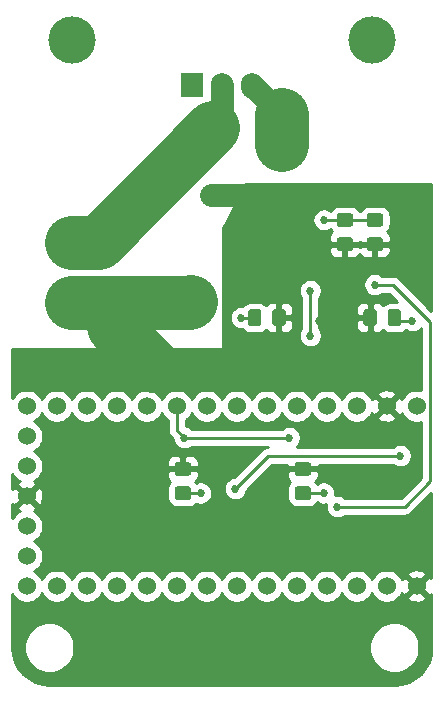
<source format=gbr>
G04 #@! TF.GenerationSoftware,KiCad,Pcbnew,5.1.5*
G04 #@! TF.CreationDate,2020-04-23T21:43:41+02:00*
G04 #@! TF.ProjectId,teensy-load,7465656e-7379-42d6-9c6f-61642e6b6963,rev?*
G04 #@! TF.SameCoordinates,Original*
G04 #@! TF.FileFunction,Copper,L2,Bot*
G04 #@! TF.FilePolarity,Positive*
%FSLAX46Y46*%
G04 Gerber Fmt 4.6, Leading zero omitted, Abs format (unit mm)*
G04 Created by KiCad (PCBNEW 5.1.5) date 2020-04-23 21:43:41*
%MOMM*%
%LPD*%
G04 APERTURE LIST*
%ADD10C,3.000000*%
%ADD11C,3.000000*%
%ADD12C,0.100000*%
%ADD13C,4.000000*%
%ADD14R,2.600000X2.600000*%
%ADD15C,2.600000*%
%ADD16R,1.905000X2.000000*%
%ADD17O,1.905000X2.000000*%
%ADD18C,1.524000*%
%ADD19C,0.685800*%
%ADD20C,0.254000*%
%ADD21C,1.905000*%
%ADD22C,4.572000*%
G04 APERTURE END LIST*
D10*
X133350000Y-62865000D03*
D11*
X125700000Y-76115189D02*
X125700000Y-76115189D01*
G04 #@! TA.AperFunction,SMDPad,CuDef*
D12*
G36*
X143233505Y-76771204D02*
G01*
X143257773Y-76774804D01*
X143281572Y-76780765D01*
X143304671Y-76789030D01*
X143326850Y-76799520D01*
X143347893Y-76812132D01*
X143367599Y-76826747D01*
X143385777Y-76843223D01*
X143402253Y-76861401D01*
X143416868Y-76881107D01*
X143429480Y-76902150D01*
X143439970Y-76924329D01*
X143448235Y-76947428D01*
X143454196Y-76971227D01*
X143457796Y-76995495D01*
X143459000Y-77019999D01*
X143459000Y-77920001D01*
X143457796Y-77944505D01*
X143454196Y-77968773D01*
X143448235Y-77992572D01*
X143439970Y-78015671D01*
X143429480Y-78037850D01*
X143416868Y-78058893D01*
X143402253Y-78078599D01*
X143385777Y-78096777D01*
X143367599Y-78113253D01*
X143347893Y-78127868D01*
X143326850Y-78140480D01*
X143304671Y-78150970D01*
X143281572Y-78159235D01*
X143257773Y-78165196D01*
X143233505Y-78168796D01*
X143209001Y-78170000D01*
X142558999Y-78170000D01*
X142534495Y-78168796D01*
X142510227Y-78165196D01*
X142486428Y-78159235D01*
X142463329Y-78150970D01*
X142441150Y-78140480D01*
X142420107Y-78127868D01*
X142400401Y-78113253D01*
X142382223Y-78096777D01*
X142365747Y-78078599D01*
X142351132Y-78058893D01*
X142338520Y-78037850D01*
X142328030Y-78015671D01*
X142319765Y-77992572D01*
X142313804Y-77968773D01*
X142310204Y-77944505D01*
X142309000Y-77920001D01*
X142309000Y-77019999D01*
X142310204Y-76995495D01*
X142313804Y-76971227D01*
X142319765Y-76947428D01*
X142328030Y-76924329D01*
X142338520Y-76902150D01*
X142351132Y-76881107D01*
X142365747Y-76861401D01*
X142382223Y-76843223D01*
X142400401Y-76826747D01*
X142420107Y-76812132D01*
X142441150Y-76799520D01*
X142463329Y-76789030D01*
X142486428Y-76780765D01*
X142510227Y-76774804D01*
X142534495Y-76771204D01*
X142558999Y-76770000D01*
X143209001Y-76770000D01*
X143233505Y-76771204D01*
G37*
G04 #@! TD.AperFunction*
G04 #@! TA.AperFunction,SMDPad,CuDef*
G36*
X141183505Y-76771204D02*
G01*
X141207773Y-76774804D01*
X141231572Y-76780765D01*
X141254671Y-76789030D01*
X141276850Y-76799520D01*
X141297893Y-76812132D01*
X141317599Y-76826747D01*
X141335777Y-76843223D01*
X141352253Y-76861401D01*
X141366868Y-76881107D01*
X141379480Y-76902150D01*
X141389970Y-76924329D01*
X141398235Y-76947428D01*
X141404196Y-76971227D01*
X141407796Y-76995495D01*
X141409000Y-77019999D01*
X141409000Y-77920001D01*
X141407796Y-77944505D01*
X141404196Y-77968773D01*
X141398235Y-77992572D01*
X141389970Y-78015671D01*
X141379480Y-78037850D01*
X141366868Y-78058893D01*
X141352253Y-78078599D01*
X141335777Y-78096777D01*
X141317599Y-78113253D01*
X141297893Y-78127868D01*
X141276850Y-78140480D01*
X141254671Y-78150970D01*
X141231572Y-78159235D01*
X141207773Y-78165196D01*
X141183505Y-78168796D01*
X141159001Y-78170000D01*
X140508999Y-78170000D01*
X140484495Y-78168796D01*
X140460227Y-78165196D01*
X140436428Y-78159235D01*
X140413329Y-78150970D01*
X140391150Y-78140480D01*
X140370107Y-78127868D01*
X140350401Y-78113253D01*
X140332223Y-78096777D01*
X140315747Y-78078599D01*
X140301132Y-78058893D01*
X140288520Y-78037850D01*
X140278030Y-78015671D01*
X140269765Y-77992572D01*
X140263804Y-77968773D01*
X140260204Y-77944505D01*
X140259000Y-77920001D01*
X140259000Y-77019999D01*
X140260204Y-76995495D01*
X140263804Y-76971227D01*
X140269765Y-76947428D01*
X140278030Y-76924329D01*
X140288520Y-76902150D01*
X140301132Y-76881107D01*
X140315747Y-76861401D01*
X140332223Y-76843223D01*
X140350401Y-76826747D01*
X140370107Y-76812132D01*
X140391150Y-76799520D01*
X140413329Y-76789030D01*
X140436428Y-76780765D01*
X140460227Y-76774804D01*
X140484495Y-76771204D01*
X140508999Y-76770000D01*
X141159001Y-76770000D01*
X141183505Y-76771204D01*
G37*
G04 #@! TD.AperFunction*
D13*
X140970000Y-53975000D03*
X115570000Y-53975000D03*
G04 #@! TA.AperFunction,SMDPad,CuDef*
D12*
G36*
X125442505Y-89714204D02*
G01*
X125466773Y-89717804D01*
X125490572Y-89723765D01*
X125513671Y-89732030D01*
X125535850Y-89742520D01*
X125556893Y-89755132D01*
X125576599Y-89769747D01*
X125594777Y-89786223D01*
X125611253Y-89804401D01*
X125625868Y-89824107D01*
X125638480Y-89845150D01*
X125648970Y-89867329D01*
X125657235Y-89890428D01*
X125663196Y-89914227D01*
X125666796Y-89938495D01*
X125668000Y-89962999D01*
X125668000Y-90613001D01*
X125666796Y-90637505D01*
X125663196Y-90661773D01*
X125657235Y-90685572D01*
X125648970Y-90708671D01*
X125638480Y-90730850D01*
X125625868Y-90751893D01*
X125611253Y-90771599D01*
X125594777Y-90789777D01*
X125576599Y-90806253D01*
X125556893Y-90820868D01*
X125535850Y-90833480D01*
X125513671Y-90843970D01*
X125490572Y-90852235D01*
X125466773Y-90858196D01*
X125442505Y-90861796D01*
X125418001Y-90863000D01*
X124517999Y-90863000D01*
X124493495Y-90861796D01*
X124469227Y-90858196D01*
X124445428Y-90852235D01*
X124422329Y-90843970D01*
X124400150Y-90833480D01*
X124379107Y-90820868D01*
X124359401Y-90806253D01*
X124341223Y-90789777D01*
X124324747Y-90771599D01*
X124310132Y-90751893D01*
X124297520Y-90730850D01*
X124287030Y-90708671D01*
X124278765Y-90685572D01*
X124272804Y-90661773D01*
X124269204Y-90637505D01*
X124268000Y-90613001D01*
X124268000Y-89962999D01*
X124269204Y-89938495D01*
X124272804Y-89914227D01*
X124278765Y-89890428D01*
X124287030Y-89867329D01*
X124297520Y-89845150D01*
X124310132Y-89824107D01*
X124324747Y-89804401D01*
X124341223Y-89786223D01*
X124359401Y-89769747D01*
X124379107Y-89755132D01*
X124400150Y-89742520D01*
X124422329Y-89732030D01*
X124445428Y-89723765D01*
X124469227Y-89717804D01*
X124493495Y-89714204D01*
X124517999Y-89713000D01*
X125418001Y-89713000D01*
X125442505Y-89714204D01*
G37*
G04 #@! TD.AperFunction*
G04 #@! TA.AperFunction,SMDPad,CuDef*
G36*
X125442505Y-91764204D02*
G01*
X125466773Y-91767804D01*
X125490572Y-91773765D01*
X125513671Y-91782030D01*
X125535850Y-91792520D01*
X125556893Y-91805132D01*
X125576599Y-91819747D01*
X125594777Y-91836223D01*
X125611253Y-91854401D01*
X125625868Y-91874107D01*
X125638480Y-91895150D01*
X125648970Y-91917329D01*
X125657235Y-91940428D01*
X125663196Y-91964227D01*
X125666796Y-91988495D01*
X125668000Y-92012999D01*
X125668000Y-92663001D01*
X125666796Y-92687505D01*
X125663196Y-92711773D01*
X125657235Y-92735572D01*
X125648970Y-92758671D01*
X125638480Y-92780850D01*
X125625868Y-92801893D01*
X125611253Y-92821599D01*
X125594777Y-92839777D01*
X125576599Y-92856253D01*
X125556893Y-92870868D01*
X125535850Y-92883480D01*
X125513671Y-92893970D01*
X125490572Y-92902235D01*
X125466773Y-92908196D01*
X125442505Y-92911796D01*
X125418001Y-92913000D01*
X124517999Y-92913000D01*
X124493495Y-92911796D01*
X124469227Y-92908196D01*
X124445428Y-92902235D01*
X124422329Y-92893970D01*
X124400150Y-92883480D01*
X124379107Y-92870868D01*
X124359401Y-92856253D01*
X124341223Y-92839777D01*
X124324747Y-92821599D01*
X124310132Y-92801893D01*
X124297520Y-92780850D01*
X124287030Y-92758671D01*
X124278765Y-92735572D01*
X124272804Y-92711773D01*
X124269204Y-92687505D01*
X124268000Y-92663001D01*
X124268000Y-92012999D01*
X124269204Y-91988495D01*
X124272804Y-91964227D01*
X124278765Y-91940428D01*
X124287030Y-91917329D01*
X124297520Y-91895150D01*
X124310132Y-91874107D01*
X124324747Y-91854401D01*
X124341223Y-91836223D01*
X124359401Y-91819747D01*
X124379107Y-91805132D01*
X124400150Y-91792520D01*
X124422329Y-91782030D01*
X124445428Y-91773765D01*
X124469227Y-91767804D01*
X124493495Y-91764204D01*
X124517999Y-91763000D01*
X125418001Y-91763000D01*
X125442505Y-91764204D01*
G37*
G04 #@! TD.AperFunction*
G04 #@! TA.AperFunction,SMDPad,CuDef*
G36*
X135602505Y-91764204D02*
G01*
X135626773Y-91767804D01*
X135650572Y-91773765D01*
X135673671Y-91782030D01*
X135695850Y-91792520D01*
X135716893Y-91805132D01*
X135736599Y-91819747D01*
X135754777Y-91836223D01*
X135771253Y-91854401D01*
X135785868Y-91874107D01*
X135798480Y-91895150D01*
X135808970Y-91917329D01*
X135817235Y-91940428D01*
X135823196Y-91964227D01*
X135826796Y-91988495D01*
X135828000Y-92012999D01*
X135828000Y-92663001D01*
X135826796Y-92687505D01*
X135823196Y-92711773D01*
X135817235Y-92735572D01*
X135808970Y-92758671D01*
X135798480Y-92780850D01*
X135785868Y-92801893D01*
X135771253Y-92821599D01*
X135754777Y-92839777D01*
X135736599Y-92856253D01*
X135716893Y-92870868D01*
X135695850Y-92883480D01*
X135673671Y-92893970D01*
X135650572Y-92902235D01*
X135626773Y-92908196D01*
X135602505Y-92911796D01*
X135578001Y-92913000D01*
X134677999Y-92913000D01*
X134653495Y-92911796D01*
X134629227Y-92908196D01*
X134605428Y-92902235D01*
X134582329Y-92893970D01*
X134560150Y-92883480D01*
X134539107Y-92870868D01*
X134519401Y-92856253D01*
X134501223Y-92839777D01*
X134484747Y-92821599D01*
X134470132Y-92801893D01*
X134457520Y-92780850D01*
X134447030Y-92758671D01*
X134438765Y-92735572D01*
X134432804Y-92711773D01*
X134429204Y-92687505D01*
X134428000Y-92663001D01*
X134428000Y-92012999D01*
X134429204Y-91988495D01*
X134432804Y-91964227D01*
X134438765Y-91940428D01*
X134447030Y-91917329D01*
X134457520Y-91895150D01*
X134470132Y-91874107D01*
X134484747Y-91854401D01*
X134501223Y-91836223D01*
X134519401Y-91819747D01*
X134539107Y-91805132D01*
X134560150Y-91792520D01*
X134582329Y-91782030D01*
X134605428Y-91773765D01*
X134629227Y-91767804D01*
X134653495Y-91764204D01*
X134677999Y-91763000D01*
X135578001Y-91763000D01*
X135602505Y-91764204D01*
G37*
G04 #@! TD.AperFunction*
G04 #@! TA.AperFunction,SMDPad,CuDef*
G36*
X135602505Y-89714204D02*
G01*
X135626773Y-89717804D01*
X135650572Y-89723765D01*
X135673671Y-89732030D01*
X135695850Y-89742520D01*
X135716893Y-89755132D01*
X135736599Y-89769747D01*
X135754777Y-89786223D01*
X135771253Y-89804401D01*
X135785868Y-89824107D01*
X135798480Y-89845150D01*
X135808970Y-89867329D01*
X135817235Y-89890428D01*
X135823196Y-89914227D01*
X135826796Y-89938495D01*
X135828000Y-89962999D01*
X135828000Y-90613001D01*
X135826796Y-90637505D01*
X135823196Y-90661773D01*
X135817235Y-90685572D01*
X135808970Y-90708671D01*
X135798480Y-90730850D01*
X135785868Y-90751893D01*
X135771253Y-90771599D01*
X135754777Y-90789777D01*
X135736599Y-90806253D01*
X135716893Y-90820868D01*
X135695850Y-90833480D01*
X135673671Y-90843970D01*
X135650572Y-90852235D01*
X135626773Y-90858196D01*
X135602505Y-90861796D01*
X135578001Y-90863000D01*
X134677999Y-90863000D01*
X134653495Y-90861796D01*
X134629227Y-90858196D01*
X134605428Y-90852235D01*
X134582329Y-90843970D01*
X134560150Y-90833480D01*
X134539107Y-90820868D01*
X134519401Y-90806253D01*
X134501223Y-90789777D01*
X134484747Y-90771599D01*
X134470132Y-90751893D01*
X134457520Y-90730850D01*
X134447030Y-90708671D01*
X134438765Y-90685572D01*
X134432804Y-90661773D01*
X134429204Y-90637505D01*
X134428000Y-90613001D01*
X134428000Y-89962999D01*
X134429204Y-89938495D01*
X134432804Y-89914227D01*
X134438765Y-89890428D01*
X134447030Y-89867329D01*
X134457520Y-89845150D01*
X134470132Y-89824107D01*
X134484747Y-89804401D01*
X134501223Y-89786223D01*
X134519401Y-89769747D01*
X134539107Y-89755132D01*
X134560150Y-89742520D01*
X134582329Y-89732030D01*
X134605428Y-89723765D01*
X134629227Y-89717804D01*
X134653495Y-89714204D01*
X134677999Y-89713000D01*
X135578001Y-89713000D01*
X135602505Y-89714204D01*
G37*
G04 #@! TD.AperFunction*
D14*
X115570000Y-71120000D03*
D15*
X115570000Y-76200000D03*
D16*
X125730000Y-57785000D03*
D17*
X128270000Y-57785000D03*
X130810000Y-57785000D03*
D18*
X144780000Y-84963000D03*
X142240000Y-84963000D03*
X139700000Y-84963000D03*
X137160000Y-84963000D03*
X134620000Y-84963000D03*
X132080000Y-84963000D03*
X129540000Y-84963000D03*
X127000000Y-84963000D03*
X124460000Y-84963000D03*
X121920000Y-84963000D03*
X119380000Y-84963000D03*
X116840000Y-84963000D03*
X114300000Y-84963000D03*
X111760000Y-84963000D03*
X111760000Y-87503000D03*
X111760000Y-90043000D03*
X111760000Y-92583000D03*
X111760000Y-95123000D03*
X111760000Y-97663000D03*
X111760000Y-100203000D03*
X114300000Y-100203000D03*
X116840000Y-100203000D03*
X119380000Y-100203000D03*
X121920000Y-100203000D03*
X124460000Y-100203000D03*
X127000000Y-100203000D03*
X129540000Y-100203000D03*
X132080000Y-100203000D03*
X134620000Y-100203000D03*
X137160000Y-100203000D03*
X139700000Y-100203000D03*
X142240000Y-100203000D03*
X144780000Y-100203000D03*
G04 #@! TA.AperFunction,SMDPad,CuDef*
D12*
G36*
X139158505Y-70682204D02*
G01*
X139182773Y-70685804D01*
X139206572Y-70691765D01*
X139229671Y-70700030D01*
X139251850Y-70710520D01*
X139272893Y-70723132D01*
X139292599Y-70737747D01*
X139310777Y-70754223D01*
X139327253Y-70772401D01*
X139341868Y-70792107D01*
X139354480Y-70813150D01*
X139364970Y-70835329D01*
X139373235Y-70858428D01*
X139379196Y-70882227D01*
X139382796Y-70906495D01*
X139384000Y-70930999D01*
X139384000Y-71581001D01*
X139382796Y-71605505D01*
X139379196Y-71629773D01*
X139373235Y-71653572D01*
X139364970Y-71676671D01*
X139354480Y-71698850D01*
X139341868Y-71719893D01*
X139327253Y-71739599D01*
X139310777Y-71757777D01*
X139292599Y-71774253D01*
X139272893Y-71788868D01*
X139251850Y-71801480D01*
X139229671Y-71811970D01*
X139206572Y-71820235D01*
X139182773Y-71826196D01*
X139158505Y-71829796D01*
X139134001Y-71831000D01*
X138233999Y-71831000D01*
X138209495Y-71829796D01*
X138185227Y-71826196D01*
X138161428Y-71820235D01*
X138138329Y-71811970D01*
X138116150Y-71801480D01*
X138095107Y-71788868D01*
X138075401Y-71774253D01*
X138057223Y-71757777D01*
X138040747Y-71739599D01*
X138026132Y-71719893D01*
X138013520Y-71698850D01*
X138003030Y-71676671D01*
X137994765Y-71653572D01*
X137988804Y-71629773D01*
X137985204Y-71605505D01*
X137984000Y-71581001D01*
X137984000Y-70930999D01*
X137985204Y-70906495D01*
X137988804Y-70882227D01*
X137994765Y-70858428D01*
X138003030Y-70835329D01*
X138013520Y-70813150D01*
X138026132Y-70792107D01*
X138040747Y-70772401D01*
X138057223Y-70754223D01*
X138075401Y-70737747D01*
X138095107Y-70723132D01*
X138116150Y-70710520D01*
X138138329Y-70700030D01*
X138161428Y-70691765D01*
X138185227Y-70685804D01*
X138209495Y-70682204D01*
X138233999Y-70681000D01*
X139134001Y-70681000D01*
X139158505Y-70682204D01*
G37*
G04 #@! TD.AperFunction*
G04 #@! TA.AperFunction,SMDPad,CuDef*
G36*
X139158505Y-68632204D02*
G01*
X139182773Y-68635804D01*
X139206572Y-68641765D01*
X139229671Y-68650030D01*
X139251850Y-68660520D01*
X139272893Y-68673132D01*
X139292599Y-68687747D01*
X139310777Y-68704223D01*
X139327253Y-68722401D01*
X139341868Y-68742107D01*
X139354480Y-68763150D01*
X139364970Y-68785329D01*
X139373235Y-68808428D01*
X139379196Y-68832227D01*
X139382796Y-68856495D01*
X139384000Y-68880999D01*
X139384000Y-69531001D01*
X139382796Y-69555505D01*
X139379196Y-69579773D01*
X139373235Y-69603572D01*
X139364970Y-69626671D01*
X139354480Y-69648850D01*
X139341868Y-69669893D01*
X139327253Y-69689599D01*
X139310777Y-69707777D01*
X139292599Y-69724253D01*
X139272893Y-69738868D01*
X139251850Y-69751480D01*
X139229671Y-69761970D01*
X139206572Y-69770235D01*
X139182773Y-69776196D01*
X139158505Y-69779796D01*
X139134001Y-69781000D01*
X138233999Y-69781000D01*
X138209495Y-69779796D01*
X138185227Y-69776196D01*
X138161428Y-69770235D01*
X138138329Y-69761970D01*
X138116150Y-69751480D01*
X138095107Y-69738868D01*
X138075401Y-69724253D01*
X138057223Y-69707777D01*
X138040747Y-69689599D01*
X138026132Y-69669893D01*
X138013520Y-69648850D01*
X138003030Y-69626671D01*
X137994765Y-69603572D01*
X137988804Y-69579773D01*
X137985204Y-69555505D01*
X137984000Y-69531001D01*
X137984000Y-68880999D01*
X137985204Y-68856495D01*
X137988804Y-68832227D01*
X137994765Y-68808428D01*
X138003030Y-68785329D01*
X138013520Y-68763150D01*
X138026132Y-68742107D01*
X138040747Y-68722401D01*
X138057223Y-68704223D01*
X138075401Y-68687747D01*
X138095107Y-68673132D01*
X138116150Y-68660520D01*
X138138329Y-68650030D01*
X138161428Y-68641765D01*
X138185227Y-68635804D01*
X138209495Y-68632204D01*
X138233999Y-68631000D01*
X139134001Y-68631000D01*
X139158505Y-68632204D01*
G37*
G04 #@! TD.AperFunction*
G04 #@! TA.AperFunction,SMDPad,CuDef*
G36*
X141698505Y-68632204D02*
G01*
X141722773Y-68635804D01*
X141746572Y-68641765D01*
X141769671Y-68650030D01*
X141791850Y-68660520D01*
X141812893Y-68673132D01*
X141832599Y-68687747D01*
X141850777Y-68704223D01*
X141867253Y-68722401D01*
X141881868Y-68742107D01*
X141894480Y-68763150D01*
X141904970Y-68785329D01*
X141913235Y-68808428D01*
X141919196Y-68832227D01*
X141922796Y-68856495D01*
X141924000Y-68880999D01*
X141924000Y-69531001D01*
X141922796Y-69555505D01*
X141919196Y-69579773D01*
X141913235Y-69603572D01*
X141904970Y-69626671D01*
X141894480Y-69648850D01*
X141881868Y-69669893D01*
X141867253Y-69689599D01*
X141850777Y-69707777D01*
X141832599Y-69724253D01*
X141812893Y-69738868D01*
X141791850Y-69751480D01*
X141769671Y-69761970D01*
X141746572Y-69770235D01*
X141722773Y-69776196D01*
X141698505Y-69779796D01*
X141674001Y-69781000D01*
X140773999Y-69781000D01*
X140749495Y-69779796D01*
X140725227Y-69776196D01*
X140701428Y-69770235D01*
X140678329Y-69761970D01*
X140656150Y-69751480D01*
X140635107Y-69738868D01*
X140615401Y-69724253D01*
X140597223Y-69707777D01*
X140580747Y-69689599D01*
X140566132Y-69669893D01*
X140553520Y-69648850D01*
X140543030Y-69626671D01*
X140534765Y-69603572D01*
X140528804Y-69579773D01*
X140525204Y-69555505D01*
X140524000Y-69531001D01*
X140524000Y-68880999D01*
X140525204Y-68856495D01*
X140528804Y-68832227D01*
X140534765Y-68808428D01*
X140543030Y-68785329D01*
X140553520Y-68763150D01*
X140566132Y-68742107D01*
X140580747Y-68722401D01*
X140597223Y-68704223D01*
X140615401Y-68687747D01*
X140635107Y-68673132D01*
X140656150Y-68660520D01*
X140678329Y-68650030D01*
X140701428Y-68641765D01*
X140725227Y-68635804D01*
X140749495Y-68632204D01*
X140773999Y-68631000D01*
X141674001Y-68631000D01*
X141698505Y-68632204D01*
G37*
G04 #@! TD.AperFunction*
G04 #@! TA.AperFunction,SMDPad,CuDef*
G36*
X141698505Y-70682204D02*
G01*
X141722773Y-70685804D01*
X141746572Y-70691765D01*
X141769671Y-70700030D01*
X141791850Y-70710520D01*
X141812893Y-70723132D01*
X141832599Y-70737747D01*
X141850777Y-70754223D01*
X141867253Y-70772401D01*
X141881868Y-70792107D01*
X141894480Y-70813150D01*
X141904970Y-70835329D01*
X141913235Y-70858428D01*
X141919196Y-70882227D01*
X141922796Y-70906495D01*
X141924000Y-70930999D01*
X141924000Y-71581001D01*
X141922796Y-71605505D01*
X141919196Y-71629773D01*
X141913235Y-71653572D01*
X141904970Y-71676671D01*
X141894480Y-71698850D01*
X141881868Y-71719893D01*
X141867253Y-71739599D01*
X141850777Y-71757777D01*
X141832599Y-71774253D01*
X141812893Y-71788868D01*
X141791850Y-71801480D01*
X141769671Y-71811970D01*
X141746572Y-71820235D01*
X141722773Y-71826196D01*
X141698505Y-71829796D01*
X141674001Y-71831000D01*
X140773999Y-71831000D01*
X140749495Y-71829796D01*
X140725227Y-71826196D01*
X140701428Y-71820235D01*
X140678329Y-71811970D01*
X140656150Y-71801480D01*
X140635107Y-71788868D01*
X140615401Y-71774253D01*
X140597223Y-71757777D01*
X140580747Y-71739599D01*
X140566132Y-71719893D01*
X140553520Y-71698850D01*
X140543030Y-71676671D01*
X140534765Y-71653572D01*
X140528804Y-71629773D01*
X140525204Y-71605505D01*
X140524000Y-71581001D01*
X140524000Y-70930999D01*
X140525204Y-70906495D01*
X140528804Y-70882227D01*
X140534765Y-70858428D01*
X140543030Y-70835329D01*
X140553520Y-70813150D01*
X140566132Y-70792107D01*
X140580747Y-70772401D01*
X140597223Y-70754223D01*
X140615401Y-70737747D01*
X140635107Y-70723132D01*
X140656150Y-70710520D01*
X140678329Y-70700030D01*
X140701428Y-70691765D01*
X140725227Y-70685804D01*
X140749495Y-70682204D01*
X140773999Y-70681000D01*
X141674001Y-70681000D01*
X141698505Y-70682204D01*
G37*
G04 #@! TD.AperFunction*
G04 #@! TA.AperFunction,SMDPad,CuDef*
G36*
X133454505Y-76771204D02*
G01*
X133478773Y-76774804D01*
X133502572Y-76780765D01*
X133525671Y-76789030D01*
X133547850Y-76799520D01*
X133568893Y-76812132D01*
X133588599Y-76826747D01*
X133606777Y-76843223D01*
X133623253Y-76861401D01*
X133637868Y-76881107D01*
X133650480Y-76902150D01*
X133660970Y-76924329D01*
X133669235Y-76947428D01*
X133675196Y-76971227D01*
X133678796Y-76995495D01*
X133680000Y-77019999D01*
X133680000Y-77920001D01*
X133678796Y-77944505D01*
X133675196Y-77968773D01*
X133669235Y-77992572D01*
X133660970Y-78015671D01*
X133650480Y-78037850D01*
X133637868Y-78058893D01*
X133623253Y-78078599D01*
X133606777Y-78096777D01*
X133588599Y-78113253D01*
X133568893Y-78127868D01*
X133547850Y-78140480D01*
X133525671Y-78150970D01*
X133502572Y-78159235D01*
X133478773Y-78165196D01*
X133454505Y-78168796D01*
X133430001Y-78170000D01*
X132779999Y-78170000D01*
X132755495Y-78168796D01*
X132731227Y-78165196D01*
X132707428Y-78159235D01*
X132684329Y-78150970D01*
X132662150Y-78140480D01*
X132641107Y-78127868D01*
X132621401Y-78113253D01*
X132603223Y-78096777D01*
X132586747Y-78078599D01*
X132572132Y-78058893D01*
X132559520Y-78037850D01*
X132549030Y-78015671D01*
X132540765Y-77992572D01*
X132534804Y-77968773D01*
X132531204Y-77944505D01*
X132530000Y-77920001D01*
X132530000Y-77019999D01*
X132531204Y-76995495D01*
X132534804Y-76971227D01*
X132540765Y-76947428D01*
X132549030Y-76924329D01*
X132559520Y-76902150D01*
X132572132Y-76881107D01*
X132586747Y-76861401D01*
X132603223Y-76843223D01*
X132621401Y-76826747D01*
X132641107Y-76812132D01*
X132662150Y-76799520D01*
X132684329Y-76789030D01*
X132707428Y-76780765D01*
X132731227Y-76774804D01*
X132755495Y-76771204D01*
X132779999Y-76770000D01*
X133430001Y-76770000D01*
X133454505Y-76771204D01*
G37*
G04 #@! TD.AperFunction*
G04 #@! TA.AperFunction,SMDPad,CuDef*
G36*
X131404505Y-76771204D02*
G01*
X131428773Y-76774804D01*
X131452572Y-76780765D01*
X131475671Y-76789030D01*
X131497850Y-76799520D01*
X131518893Y-76812132D01*
X131538599Y-76826747D01*
X131556777Y-76843223D01*
X131573253Y-76861401D01*
X131587868Y-76881107D01*
X131600480Y-76902150D01*
X131610970Y-76924329D01*
X131619235Y-76947428D01*
X131625196Y-76971227D01*
X131628796Y-76995495D01*
X131630000Y-77019999D01*
X131630000Y-77920001D01*
X131628796Y-77944505D01*
X131625196Y-77968773D01*
X131619235Y-77992572D01*
X131610970Y-78015671D01*
X131600480Y-78037850D01*
X131587868Y-78058893D01*
X131573253Y-78078599D01*
X131556777Y-78096777D01*
X131538599Y-78113253D01*
X131518893Y-78127868D01*
X131497850Y-78140480D01*
X131475671Y-78150970D01*
X131452572Y-78159235D01*
X131428773Y-78165196D01*
X131404505Y-78168796D01*
X131380001Y-78170000D01*
X130729999Y-78170000D01*
X130705495Y-78168796D01*
X130681227Y-78165196D01*
X130657428Y-78159235D01*
X130634329Y-78150970D01*
X130612150Y-78140480D01*
X130591107Y-78127868D01*
X130571401Y-78113253D01*
X130553223Y-78096777D01*
X130536747Y-78078599D01*
X130522132Y-78058893D01*
X130509520Y-78037850D01*
X130499030Y-78015671D01*
X130490765Y-77992572D01*
X130484804Y-77968773D01*
X130481204Y-77944505D01*
X130480000Y-77920001D01*
X130480000Y-77019999D01*
X130481204Y-76995495D01*
X130484804Y-76971227D01*
X130490765Y-76947428D01*
X130499030Y-76924329D01*
X130509520Y-76902150D01*
X130522132Y-76881107D01*
X130536747Y-76861401D01*
X130553223Y-76843223D01*
X130571401Y-76826747D01*
X130591107Y-76812132D01*
X130612150Y-76799520D01*
X130634329Y-76789030D01*
X130657428Y-76780765D01*
X130681227Y-76774804D01*
X130705495Y-76771204D01*
X130729999Y-76770000D01*
X131380001Y-76770000D01*
X131404505Y-76771204D01*
G37*
G04 #@! TD.AperFunction*
D19*
X126492000Y-92329000D03*
X136906000Y-92329000D03*
X144399000Y-77724000D03*
X125095000Y-97790000D03*
X127635000Y-97790000D03*
X144145000Y-96520000D03*
X122428006Y-87630000D03*
X133543000Y-93284000D03*
X123378000Y-93279000D03*
X127372000Y-67065000D03*
X136525000Y-77724000D03*
X129413000Y-91948000D03*
X143383000Y-89154000D03*
X141224000Y-74676000D03*
X138049000Y-93472000D03*
X125095000Y-87630000D03*
X133985000Y-87630004D03*
X136915000Y-69206000D03*
X129921000Y-77470000D03*
X135763000Y-75184000D03*
X135763000Y-78993994D03*
D20*
X125668000Y-92338000D02*
X125677000Y-92329000D01*
X124968000Y-92338000D02*
X125668000Y-92338000D01*
X125677000Y-92329000D02*
X126492000Y-92329000D01*
X135828000Y-92338000D02*
X135837000Y-92329000D01*
X135128000Y-92338000D02*
X135828000Y-92338000D01*
X135837000Y-92329000D02*
X136906000Y-92329000D01*
X143138000Y-77724000D02*
X142884000Y-77470000D01*
X144399000Y-77724000D02*
X143138000Y-77724000D01*
D21*
X127372000Y-67065000D02*
X130184000Y-67065000D01*
X130184000Y-67065000D02*
X131445000Y-68326000D01*
D22*
X125615189Y-76200000D02*
X125700000Y-76115189D01*
X119126000Y-76200000D02*
X119126000Y-78232000D01*
X119126000Y-76200000D02*
X125615189Y-76200000D01*
X115570000Y-76200000D02*
X119126000Y-76200000D01*
X119126000Y-78232000D02*
X122428000Y-81534000D01*
D21*
X128270000Y-57785000D02*
X128270000Y-60690000D01*
D22*
X115570000Y-71120000D02*
X117856000Y-71120000D01*
X117856000Y-71120000D02*
X127523999Y-61452001D01*
D21*
X130810000Y-57785000D02*
X130810000Y-57912000D01*
X130810000Y-57785000D02*
X133350000Y-60325000D01*
D22*
X133350000Y-62865000D02*
X133350000Y-60325000D01*
D20*
X132207000Y-89154000D02*
X143383000Y-89154000D01*
X129413000Y-91948000D02*
X132207000Y-89154000D01*
X138533933Y-93472000D02*
X138049000Y-93472000D01*
X143764000Y-93472000D02*
X138533933Y-93472000D01*
X142748000Y-74676000D02*
X145884899Y-77812899D01*
X141224000Y-74676000D02*
X142748000Y-74676000D01*
X145884899Y-91351101D02*
X143764000Y-93472000D01*
X145884899Y-77812899D02*
X145884899Y-91351101D01*
X124460000Y-86995000D02*
X125095000Y-87630000D01*
X124460000Y-84963000D02*
X124460000Y-86995000D01*
X133984996Y-87630000D02*
X133985000Y-87630004D01*
X125095000Y-87630000D02*
X133984996Y-87630000D01*
X138684000Y-69206000D02*
X136915000Y-69206000D01*
X138684000Y-69206000D02*
X141224000Y-69206000D01*
X131055000Y-77470000D02*
X129921000Y-77470000D01*
X135763000Y-75184000D02*
X135763000Y-78993994D01*
G36*
X146025000Y-76875370D02*
G01*
X143313284Y-74163654D01*
X143289422Y-74134578D01*
X143173392Y-74039355D01*
X143041015Y-73968598D01*
X142897378Y-73925026D01*
X142785426Y-73914000D01*
X142785423Y-73914000D01*
X142748000Y-73910314D01*
X142710577Y-73914000D01*
X141843761Y-73914000D01*
X141687210Y-73809396D01*
X141509243Y-73735680D01*
X141320315Y-73698100D01*
X141127685Y-73698100D01*
X140938757Y-73735680D01*
X140760790Y-73809396D01*
X140600625Y-73916415D01*
X140464415Y-74052625D01*
X140357396Y-74212790D01*
X140283680Y-74390757D01*
X140246100Y-74579685D01*
X140246100Y-74772315D01*
X140283680Y-74961243D01*
X140357396Y-75139210D01*
X140464415Y-75299375D01*
X140600625Y-75435585D01*
X140760790Y-75542604D01*
X140938757Y-75616320D01*
X141127685Y-75653900D01*
X141320315Y-75653900D01*
X141509243Y-75616320D01*
X141687210Y-75542604D01*
X141843761Y-75438000D01*
X142432370Y-75438000D01*
X143126298Y-76131928D01*
X142558999Y-76131928D01*
X142385745Y-76148992D01*
X142219149Y-76199528D01*
X142065613Y-76281595D01*
X141931038Y-76392038D01*
X141925658Y-76398594D01*
X141860185Y-76318815D01*
X141763494Y-76239463D01*
X141653180Y-76180498D01*
X141533482Y-76144188D01*
X141409000Y-76131928D01*
X141119750Y-76135000D01*
X140961000Y-76293750D01*
X140961000Y-77343000D01*
X140981000Y-77343000D01*
X140981000Y-77597000D01*
X140961000Y-77597000D01*
X140961000Y-78646250D01*
X141119750Y-78805000D01*
X141409000Y-78808072D01*
X141533482Y-78795812D01*
X141653180Y-78759502D01*
X141763494Y-78700537D01*
X141860185Y-78621185D01*
X141925658Y-78541406D01*
X141931038Y-78547962D01*
X142065613Y-78658405D01*
X142219149Y-78740472D01*
X142385745Y-78791008D01*
X142558999Y-78808072D01*
X143209001Y-78808072D01*
X143382255Y-78791008D01*
X143548851Y-78740472D01*
X143702387Y-78658405D01*
X143836962Y-78547962D01*
X143849361Y-78532854D01*
X143935790Y-78590604D01*
X144113757Y-78664320D01*
X144302685Y-78701900D01*
X144495315Y-78701900D01*
X144684243Y-78664320D01*
X144862210Y-78590604D01*
X145022375Y-78483585D01*
X145122899Y-78383061D01*
X145122899Y-83606838D01*
X144917592Y-83566000D01*
X144642408Y-83566000D01*
X144372510Y-83619686D01*
X144118273Y-83724995D01*
X143889465Y-83877880D01*
X143694880Y-84072465D01*
X143541995Y-84301273D01*
X143512308Y-84372943D01*
X143507636Y-84359977D01*
X143445656Y-84244020D01*
X143205565Y-84177040D01*
X142419605Y-84963000D01*
X143205565Y-85748960D01*
X143445656Y-85681980D01*
X143509485Y-85546240D01*
X143541995Y-85624727D01*
X143694880Y-85853535D01*
X143889465Y-86048120D01*
X144118273Y-86201005D01*
X144372510Y-86306314D01*
X144642408Y-86360000D01*
X144917592Y-86360000D01*
X145122900Y-86319162D01*
X145122900Y-91035469D01*
X143448370Y-92710000D01*
X138668761Y-92710000D01*
X138512210Y-92605396D01*
X138334243Y-92531680D01*
X138145315Y-92494100D01*
X137952685Y-92494100D01*
X137866821Y-92511179D01*
X137883900Y-92425315D01*
X137883900Y-92232685D01*
X137846320Y-92043757D01*
X137772604Y-91865790D01*
X137665585Y-91705625D01*
X137529375Y-91569415D01*
X137369210Y-91462396D01*
X137191243Y-91388680D01*
X137002315Y-91351100D01*
X136809685Y-91351100D01*
X136620757Y-91388680D01*
X136442790Y-91462396D01*
X136327130Y-91539678D01*
X136316405Y-91519613D01*
X136205962Y-91385038D01*
X136199406Y-91379658D01*
X136279185Y-91314185D01*
X136358537Y-91217494D01*
X136417502Y-91107180D01*
X136453812Y-90987482D01*
X136466072Y-90863000D01*
X136463000Y-90573750D01*
X136304250Y-90415000D01*
X135255000Y-90415000D01*
X135255000Y-90435000D01*
X135001000Y-90435000D01*
X135001000Y-90415000D01*
X133951750Y-90415000D01*
X133793000Y-90573750D01*
X133789928Y-90863000D01*
X133802188Y-90987482D01*
X133838498Y-91107180D01*
X133897463Y-91217494D01*
X133976815Y-91314185D01*
X134056594Y-91379658D01*
X134050038Y-91385038D01*
X133939595Y-91519613D01*
X133857528Y-91673149D01*
X133806992Y-91839745D01*
X133789928Y-92012999D01*
X133789928Y-92663001D01*
X133806992Y-92836255D01*
X133857528Y-93002851D01*
X133939595Y-93156387D01*
X134050038Y-93290962D01*
X134184613Y-93401405D01*
X134338149Y-93483472D01*
X134504745Y-93534008D01*
X134677999Y-93551072D01*
X135578001Y-93551072D01*
X135751255Y-93534008D01*
X135917851Y-93483472D01*
X136071387Y-93401405D01*
X136205962Y-93290962D01*
X136316405Y-93156387D01*
X136334219Y-93123059D01*
X136442790Y-93195604D01*
X136620757Y-93269320D01*
X136809685Y-93306900D01*
X137002315Y-93306900D01*
X137088179Y-93289821D01*
X137071100Y-93375685D01*
X137071100Y-93568315D01*
X137108680Y-93757243D01*
X137182396Y-93935210D01*
X137289415Y-94095375D01*
X137425625Y-94231585D01*
X137585790Y-94338604D01*
X137763757Y-94412320D01*
X137952685Y-94449900D01*
X138145315Y-94449900D01*
X138334243Y-94412320D01*
X138512210Y-94338604D01*
X138668761Y-94234000D01*
X143726577Y-94234000D01*
X143764000Y-94237686D01*
X143801423Y-94234000D01*
X143801426Y-94234000D01*
X143913378Y-94222974D01*
X144057015Y-94179402D01*
X144189392Y-94108645D01*
X144305422Y-94013422D01*
X144329284Y-93984346D01*
X146025001Y-92288630D01*
X146025001Y-99557629D01*
X145985656Y-99484020D01*
X145745565Y-99417040D01*
X144959605Y-100203000D01*
X145745565Y-100988960D01*
X145985656Y-100921980D01*
X146025001Y-100838308D01*
X146025001Y-105377711D01*
X145961904Y-106021221D01*
X145784394Y-106609164D01*
X145496063Y-107151436D01*
X145107906Y-107627364D01*
X144634686Y-108018845D01*
X144094449Y-108310950D01*
X143507756Y-108492563D01*
X142866130Y-108560000D01*
X113697279Y-108560000D01*
X113053779Y-108496904D01*
X112465836Y-108319394D01*
X111923564Y-108031063D01*
X111447636Y-107642906D01*
X111056155Y-107169686D01*
X110764050Y-106629449D01*
X110582437Y-106042756D01*
X110515000Y-105401130D01*
X110515000Y-105199721D01*
X111530000Y-105199721D01*
X111530000Y-105620279D01*
X111612047Y-106032756D01*
X111772988Y-106421302D01*
X112006637Y-106770983D01*
X112304017Y-107068363D01*
X112653698Y-107302012D01*
X113042244Y-107462953D01*
X113454721Y-107545000D01*
X113875279Y-107545000D01*
X114287756Y-107462953D01*
X114676302Y-107302012D01*
X115025983Y-107068363D01*
X115323363Y-106770983D01*
X115557012Y-106421302D01*
X115717953Y-106032756D01*
X115800000Y-105620279D01*
X115800000Y-105199721D01*
X140740000Y-105199721D01*
X140740000Y-105620279D01*
X140822047Y-106032756D01*
X140982988Y-106421302D01*
X141216637Y-106770983D01*
X141514017Y-107068363D01*
X141863698Y-107302012D01*
X142252244Y-107462953D01*
X142664721Y-107545000D01*
X143085279Y-107545000D01*
X143497756Y-107462953D01*
X143886302Y-107302012D01*
X144235983Y-107068363D01*
X144533363Y-106770983D01*
X144767012Y-106421302D01*
X144927953Y-106032756D01*
X145010000Y-105620279D01*
X145010000Y-105199721D01*
X144927953Y-104787244D01*
X144767012Y-104398698D01*
X144533363Y-104049017D01*
X144235983Y-103751637D01*
X143886302Y-103517988D01*
X143497756Y-103357047D01*
X143085279Y-103275000D01*
X142664721Y-103275000D01*
X142252244Y-103357047D01*
X141863698Y-103517988D01*
X141514017Y-103751637D01*
X141216637Y-104049017D01*
X140982988Y-104398698D01*
X140822047Y-104787244D01*
X140740000Y-105199721D01*
X115800000Y-105199721D01*
X115717953Y-104787244D01*
X115557012Y-104398698D01*
X115323363Y-104049017D01*
X115025983Y-103751637D01*
X114676302Y-103517988D01*
X114287756Y-103357047D01*
X113875279Y-103275000D01*
X113454721Y-103275000D01*
X113042244Y-103357047D01*
X112653698Y-103517988D01*
X112304017Y-103751637D01*
X112006637Y-104049017D01*
X111772988Y-104398698D01*
X111612047Y-104787244D01*
X111530000Y-105199721D01*
X110515000Y-105199721D01*
X110515000Y-100847840D01*
X110521995Y-100864727D01*
X110674880Y-101093535D01*
X110869465Y-101288120D01*
X111098273Y-101441005D01*
X111352510Y-101546314D01*
X111622408Y-101600000D01*
X111897592Y-101600000D01*
X112167490Y-101546314D01*
X112421727Y-101441005D01*
X112650535Y-101288120D01*
X112845120Y-101093535D01*
X112998005Y-100864727D01*
X113030000Y-100787485D01*
X113061995Y-100864727D01*
X113214880Y-101093535D01*
X113409465Y-101288120D01*
X113638273Y-101441005D01*
X113892510Y-101546314D01*
X114162408Y-101600000D01*
X114437592Y-101600000D01*
X114707490Y-101546314D01*
X114961727Y-101441005D01*
X115190535Y-101288120D01*
X115385120Y-101093535D01*
X115538005Y-100864727D01*
X115570000Y-100787485D01*
X115601995Y-100864727D01*
X115754880Y-101093535D01*
X115949465Y-101288120D01*
X116178273Y-101441005D01*
X116432510Y-101546314D01*
X116702408Y-101600000D01*
X116977592Y-101600000D01*
X117247490Y-101546314D01*
X117501727Y-101441005D01*
X117730535Y-101288120D01*
X117925120Y-101093535D01*
X118078005Y-100864727D01*
X118110000Y-100787485D01*
X118141995Y-100864727D01*
X118294880Y-101093535D01*
X118489465Y-101288120D01*
X118718273Y-101441005D01*
X118972510Y-101546314D01*
X119242408Y-101600000D01*
X119517592Y-101600000D01*
X119787490Y-101546314D01*
X120041727Y-101441005D01*
X120270535Y-101288120D01*
X120465120Y-101093535D01*
X120618005Y-100864727D01*
X120650000Y-100787485D01*
X120681995Y-100864727D01*
X120834880Y-101093535D01*
X121029465Y-101288120D01*
X121258273Y-101441005D01*
X121512510Y-101546314D01*
X121782408Y-101600000D01*
X122057592Y-101600000D01*
X122327490Y-101546314D01*
X122581727Y-101441005D01*
X122810535Y-101288120D01*
X123005120Y-101093535D01*
X123158005Y-100864727D01*
X123190000Y-100787485D01*
X123221995Y-100864727D01*
X123374880Y-101093535D01*
X123569465Y-101288120D01*
X123798273Y-101441005D01*
X124052510Y-101546314D01*
X124322408Y-101600000D01*
X124597592Y-101600000D01*
X124867490Y-101546314D01*
X125121727Y-101441005D01*
X125350535Y-101288120D01*
X125545120Y-101093535D01*
X125698005Y-100864727D01*
X125730000Y-100787485D01*
X125761995Y-100864727D01*
X125914880Y-101093535D01*
X126109465Y-101288120D01*
X126338273Y-101441005D01*
X126592510Y-101546314D01*
X126862408Y-101600000D01*
X127137592Y-101600000D01*
X127407490Y-101546314D01*
X127661727Y-101441005D01*
X127890535Y-101288120D01*
X128085120Y-101093535D01*
X128238005Y-100864727D01*
X128270000Y-100787485D01*
X128301995Y-100864727D01*
X128454880Y-101093535D01*
X128649465Y-101288120D01*
X128878273Y-101441005D01*
X129132510Y-101546314D01*
X129402408Y-101600000D01*
X129677592Y-101600000D01*
X129947490Y-101546314D01*
X130201727Y-101441005D01*
X130430535Y-101288120D01*
X130625120Y-101093535D01*
X130778005Y-100864727D01*
X130810000Y-100787485D01*
X130841995Y-100864727D01*
X130994880Y-101093535D01*
X131189465Y-101288120D01*
X131418273Y-101441005D01*
X131672510Y-101546314D01*
X131942408Y-101600000D01*
X132217592Y-101600000D01*
X132487490Y-101546314D01*
X132741727Y-101441005D01*
X132970535Y-101288120D01*
X133165120Y-101093535D01*
X133318005Y-100864727D01*
X133350000Y-100787485D01*
X133381995Y-100864727D01*
X133534880Y-101093535D01*
X133729465Y-101288120D01*
X133958273Y-101441005D01*
X134212510Y-101546314D01*
X134482408Y-101600000D01*
X134757592Y-101600000D01*
X135027490Y-101546314D01*
X135281727Y-101441005D01*
X135510535Y-101288120D01*
X135705120Y-101093535D01*
X135858005Y-100864727D01*
X135890000Y-100787485D01*
X135921995Y-100864727D01*
X136074880Y-101093535D01*
X136269465Y-101288120D01*
X136498273Y-101441005D01*
X136752510Y-101546314D01*
X137022408Y-101600000D01*
X137297592Y-101600000D01*
X137567490Y-101546314D01*
X137821727Y-101441005D01*
X138050535Y-101288120D01*
X138245120Y-101093535D01*
X138398005Y-100864727D01*
X138430000Y-100787485D01*
X138461995Y-100864727D01*
X138614880Y-101093535D01*
X138809465Y-101288120D01*
X139038273Y-101441005D01*
X139292510Y-101546314D01*
X139562408Y-101600000D01*
X139837592Y-101600000D01*
X140107490Y-101546314D01*
X140361727Y-101441005D01*
X140590535Y-101288120D01*
X140785120Y-101093535D01*
X140938005Y-100864727D01*
X140970000Y-100787485D01*
X141001995Y-100864727D01*
X141154880Y-101093535D01*
X141349465Y-101288120D01*
X141578273Y-101441005D01*
X141832510Y-101546314D01*
X142102408Y-101600000D01*
X142377592Y-101600000D01*
X142647490Y-101546314D01*
X142901727Y-101441005D01*
X143130535Y-101288120D01*
X143250090Y-101168565D01*
X143994040Y-101168565D01*
X144061020Y-101408656D01*
X144310048Y-101525756D01*
X144577135Y-101592023D01*
X144852017Y-101604910D01*
X145124133Y-101563922D01*
X145383023Y-101470636D01*
X145498980Y-101408656D01*
X145565960Y-101168565D01*
X144780000Y-100382605D01*
X143994040Y-101168565D01*
X143250090Y-101168565D01*
X143325120Y-101093535D01*
X143478005Y-100864727D01*
X143507692Y-100793057D01*
X143512364Y-100806023D01*
X143574344Y-100921980D01*
X143814435Y-100988960D01*
X144600395Y-100203000D01*
X143814435Y-99417040D01*
X143574344Y-99484020D01*
X143510515Y-99619760D01*
X143478005Y-99541273D01*
X143325120Y-99312465D01*
X143250090Y-99237435D01*
X143994040Y-99237435D01*
X144780000Y-100023395D01*
X145565960Y-99237435D01*
X145498980Y-98997344D01*
X145249952Y-98880244D01*
X144982865Y-98813977D01*
X144707983Y-98801090D01*
X144435867Y-98842078D01*
X144176977Y-98935364D01*
X144061020Y-98997344D01*
X143994040Y-99237435D01*
X143250090Y-99237435D01*
X143130535Y-99117880D01*
X142901727Y-98964995D01*
X142647490Y-98859686D01*
X142377592Y-98806000D01*
X142102408Y-98806000D01*
X141832510Y-98859686D01*
X141578273Y-98964995D01*
X141349465Y-99117880D01*
X141154880Y-99312465D01*
X141001995Y-99541273D01*
X140970000Y-99618515D01*
X140938005Y-99541273D01*
X140785120Y-99312465D01*
X140590535Y-99117880D01*
X140361727Y-98964995D01*
X140107490Y-98859686D01*
X139837592Y-98806000D01*
X139562408Y-98806000D01*
X139292510Y-98859686D01*
X139038273Y-98964995D01*
X138809465Y-99117880D01*
X138614880Y-99312465D01*
X138461995Y-99541273D01*
X138430000Y-99618515D01*
X138398005Y-99541273D01*
X138245120Y-99312465D01*
X138050535Y-99117880D01*
X137821727Y-98964995D01*
X137567490Y-98859686D01*
X137297592Y-98806000D01*
X137022408Y-98806000D01*
X136752510Y-98859686D01*
X136498273Y-98964995D01*
X136269465Y-99117880D01*
X136074880Y-99312465D01*
X135921995Y-99541273D01*
X135890000Y-99618515D01*
X135858005Y-99541273D01*
X135705120Y-99312465D01*
X135510535Y-99117880D01*
X135281727Y-98964995D01*
X135027490Y-98859686D01*
X134757592Y-98806000D01*
X134482408Y-98806000D01*
X134212510Y-98859686D01*
X133958273Y-98964995D01*
X133729465Y-99117880D01*
X133534880Y-99312465D01*
X133381995Y-99541273D01*
X133350000Y-99618515D01*
X133318005Y-99541273D01*
X133165120Y-99312465D01*
X132970535Y-99117880D01*
X132741727Y-98964995D01*
X132487490Y-98859686D01*
X132217592Y-98806000D01*
X131942408Y-98806000D01*
X131672510Y-98859686D01*
X131418273Y-98964995D01*
X131189465Y-99117880D01*
X130994880Y-99312465D01*
X130841995Y-99541273D01*
X130810000Y-99618515D01*
X130778005Y-99541273D01*
X130625120Y-99312465D01*
X130430535Y-99117880D01*
X130201727Y-98964995D01*
X129947490Y-98859686D01*
X129677592Y-98806000D01*
X129402408Y-98806000D01*
X129132510Y-98859686D01*
X128878273Y-98964995D01*
X128649465Y-99117880D01*
X128454880Y-99312465D01*
X128301995Y-99541273D01*
X128270000Y-99618515D01*
X128238005Y-99541273D01*
X128085120Y-99312465D01*
X127890535Y-99117880D01*
X127661727Y-98964995D01*
X127407490Y-98859686D01*
X127137592Y-98806000D01*
X126862408Y-98806000D01*
X126592510Y-98859686D01*
X126338273Y-98964995D01*
X126109465Y-99117880D01*
X125914880Y-99312465D01*
X125761995Y-99541273D01*
X125730000Y-99618515D01*
X125698005Y-99541273D01*
X125545120Y-99312465D01*
X125350535Y-99117880D01*
X125121727Y-98964995D01*
X124867490Y-98859686D01*
X124597592Y-98806000D01*
X124322408Y-98806000D01*
X124052510Y-98859686D01*
X123798273Y-98964995D01*
X123569465Y-99117880D01*
X123374880Y-99312465D01*
X123221995Y-99541273D01*
X123190000Y-99618515D01*
X123158005Y-99541273D01*
X123005120Y-99312465D01*
X122810535Y-99117880D01*
X122581727Y-98964995D01*
X122327490Y-98859686D01*
X122057592Y-98806000D01*
X121782408Y-98806000D01*
X121512510Y-98859686D01*
X121258273Y-98964995D01*
X121029465Y-99117880D01*
X120834880Y-99312465D01*
X120681995Y-99541273D01*
X120650000Y-99618515D01*
X120618005Y-99541273D01*
X120465120Y-99312465D01*
X120270535Y-99117880D01*
X120041727Y-98964995D01*
X119787490Y-98859686D01*
X119517592Y-98806000D01*
X119242408Y-98806000D01*
X118972510Y-98859686D01*
X118718273Y-98964995D01*
X118489465Y-99117880D01*
X118294880Y-99312465D01*
X118141995Y-99541273D01*
X118110000Y-99618515D01*
X118078005Y-99541273D01*
X117925120Y-99312465D01*
X117730535Y-99117880D01*
X117501727Y-98964995D01*
X117247490Y-98859686D01*
X116977592Y-98806000D01*
X116702408Y-98806000D01*
X116432510Y-98859686D01*
X116178273Y-98964995D01*
X115949465Y-99117880D01*
X115754880Y-99312465D01*
X115601995Y-99541273D01*
X115570000Y-99618515D01*
X115538005Y-99541273D01*
X115385120Y-99312465D01*
X115190535Y-99117880D01*
X114961727Y-98964995D01*
X114707490Y-98859686D01*
X114437592Y-98806000D01*
X114162408Y-98806000D01*
X113892510Y-98859686D01*
X113638273Y-98964995D01*
X113409465Y-99117880D01*
X113214880Y-99312465D01*
X113061995Y-99541273D01*
X113030000Y-99618515D01*
X112998005Y-99541273D01*
X112845120Y-99312465D01*
X112650535Y-99117880D01*
X112421727Y-98964995D01*
X112344485Y-98933000D01*
X112421727Y-98901005D01*
X112650535Y-98748120D01*
X112845120Y-98553535D01*
X112998005Y-98324727D01*
X113103314Y-98070490D01*
X113157000Y-97800592D01*
X113157000Y-97525408D01*
X113103314Y-97255510D01*
X112998005Y-97001273D01*
X112845120Y-96772465D01*
X112650535Y-96577880D01*
X112421727Y-96424995D01*
X112344485Y-96393000D01*
X112421727Y-96361005D01*
X112650535Y-96208120D01*
X112845120Y-96013535D01*
X112998005Y-95784727D01*
X113103314Y-95530490D01*
X113157000Y-95260592D01*
X113157000Y-94985408D01*
X113103314Y-94715510D01*
X112998005Y-94461273D01*
X112845120Y-94232465D01*
X112650535Y-94037880D01*
X112421727Y-93884995D01*
X112350057Y-93855308D01*
X112363023Y-93850636D01*
X112478980Y-93788656D01*
X112545960Y-93548565D01*
X111760000Y-92762605D01*
X110974040Y-93548565D01*
X111041020Y-93788656D01*
X111176760Y-93852485D01*
X111098273Y-93884995D01*
X110869465Y-94037880D01*
X110674880Y-94232465D01*
X110521995Y-94461273D01*
X110515000Y-94478160D01*
X110515000Y-93228372D01*
X110554344Y-93301980D01*
X110794435Y-93368960D01*
X111580395Y-92583000D01*
X111939605Y-92583000D01*
X112725565Y-93368960D01*
X112965656Y-93301980D01*
X113082756Y-93052952D01*
X113149023Y-92785865D01*
X113161910Y-92510983D01*
X113120922Y-92238867D01*
X113027636Y-91979977D01*
X112965656Y-91864020D01*
X112725565Y-91797040D01*
X111939605Y-92583000D01*
X111580395Y-92583000D01*
X110794435Y-91797040D01*
X110554344Y-91864020D01*
X110515000Y-91947690D01*
X110515000Y-90687840D01*
X110521995Y-90704727D01*
X110674880Y-90933535D01*
X110869465Y-91128120D01*
X111098273Y-91281005D01*
X111169943Y-91310692D01*
X111156977Y-91315364D01*
X111041020Y-91377344D01*
X110974040Y-91617435D01*
X111760000Y-92403395D01*
X112545960Y-91617435D01*
X112478980Y-91377344D01*
X112343240Y-91313515D01*
X112421727Y-91281005D01*
X112650535Y-91128120D01*
X112845120Y-90933535D01*
X112892250Y-90863000D01*
X123629928Y-90863000D01*
X123642188Y-90987482D01*
X123678498Y-91107180D01*
X123737463Y-91217494D01*
X123816815Y-91314185D01*
X123896594Y-91379658D01*
X123890038Y-91385038D01*
X123779595Y-91519613D01*
X123697528Y-91673149D01*
X123646992Y-91839745D01*
X123629928Y-92012999D01*
X123629928Y-92663001D01*
X123646992Y-92836255D01*
X123697528Y-93002851D01*
X123779595Y-93156387D01*
X123890038Y-93290962D01*
X124024613Y-93401405D01*
X124178149Y-93483472D01*
X124344745Y-93534008D01*
X124517999Y-93551072D01*
X125418001Y-93551072D01*
X125591255Y-93534008D01*
X125757851Y-93483472D01*
X125911387Y-93401405D01*
X126045962Y-93290962D01*
X126100010Y-93225104D01*
X126206757Y-93269320D01*
X126395685Y-93306900D01*
X126588315Y-93306900D01*
X126777243Y-93269320D01*
X126955210Y-93195604D01*
X127115375Y-93088585D01*
X127251585Y-92952375D01*
X127358604Y-92792210D01*
X127432320Y-92614243D01*
X127469900Y-92425315D01*
X127469900Y-92232685D01*
X127432320Y-92043757D01*
X127358604Y-91865790D01*
X127251585Y-91705625D01*
X127115375Y-91569415D01*
X126955210Y-91462396D01*
X126777243Y-91388680D01*
X126588315Y-91351100D01*
X126395685Y-91351100D01*
X126206757Y-91388680D01*
X126088986Y-91437462D01*
X126045962Y-91385038D01*
X126039406Y-91379658D01*
X126119185Y-91314185D01*
X126198537Y-91217494D01*
X126257502Y-91107180D01*
X126293812Y-90987482D01*
X126306072Y-90863000D01*
X126303000Y-90573750D01*
X126144250Y-90415000D01*
X125095000Y-90415000D01*
X125095000Y-90435000D01*
X124841000Y-90435000D01*
X124841000Y-90415000D01*
X123791750Y-90415000D01*
X123633000Y-90573750D01*
X123629928Y-90863000D01*
X112892250Y-90863000D01*
X112998005Y-90704727D01*
X113103314Y-90450490D01*
X113157000Y-90180592D01*
X113157000Y-89905408D01*
X113118728Y-89713000D01*
X123629928Y-89713000D01*
X123633000Y-90002250D01*
X123791750Y-90161000D01*
X124841000Y-90161000D01*
X124841000Y-89236750D01*
X125095000Y-89236750D01*
X125095000Y-90161000D01*
X126144250Y-90161000D01*
X126303000Y-90002250D01*
X126306072Y-89713000D01*
X126293812Y-89588518D01*
X126257502Y-89468820D01*
X126198537Y-89358506D01*
X126119185Y-89261815D01*
X126022494Y-89182463D01*
X125912180Y-89123498D01*
X125792482Y-89087188D01*
X125668000Y-89074928D01*
X125253750Y-89078000D01*
X125095000Y-89236750D01*
X124841000Y-89236750D01*
X124682250Y-89078000D01*
X124268000Y-89074928D01*
X124143518Y-89087188D01*
X124023820Y-89123498D01*
X123913506Y-89182463D01*
X123816815Y-89261815D01*
X123737463Y-89358506D01*
X123678498Y-89468820D01*
X123642188Y-89588518D01*
X123629928Y-89713000D01*
X113118728Y-89713000D01*
X113103314Y-89635510D01*
X112998005Y-89381273D01*
X112845120Y-89152465D01*
X112650535Y-88957880D01*
X112421727Y-88804995D01*
X112344485Y-88773000D01*
X112421727Y-88741005D01*
X112650535Y-88588120D01*
X112845120Y-88393535D01*
X112998005Y-88164727D01*
X113103314Y-87910490D01*
X113157000Y-87640592D01*
X113157000Y-87365408D01*
X113103314Y-87095510D01*
X112998005Y-86841273D01*
X112845120Y-86612465D01*
X112650535Y-86417880D01*
X112421727Y-86264995D01*
X112344485Y-86233000D01*
X112421727Y-86201005D01*
X112650535Y-86048120D01*
X112845120Y-85853535D01*
X112998005Y-85624727D01*
X113030000Y-85547485D01*
X113061995Y-85624727D01*
X113214880Y-85853535D01*
X113409465Y-86048120D01*
X113638273Y-86201005D01*
X113892510Y-86306314D01*
X114162408Y-86360000D01*
X114437592Y-86360000D01*
X114707490Y-86306314D01*
X114961727Y-86201005D01*
X115190535Y-86048120D01*
X115385120Y-85853535D01*
X115538005Y-85624727D01*
X115570000Y-85547485D01*
X115601995Y-85624727D01*
X115754880Y-85853535D01*
X115949465Y-86048120D01*
X116178273Y-86201005D01*
X116432510Y-86306314D01*
X116702408Y-86360000D01*
X116977592Y-86360000D01*
X117247490Y-86306314D01*
X117501727Y-86201005D01*
X117730535Y-86048120D01*
X117925120Y-85853535D01*
X118078005Y-85624727D01*
X118110000Y-85547485D01*
X118141995Y-85624727D01*
X118294880Y-85853535D01*
X118489465Y-86048120D01*
X118718273Y-86201005D01*
X118972510Y-86306314D01*
X119242408Y-86360000D01*
X119517592Y-86360000D01*
X119787490Y-86306314D01*
X120041727Y-86201005D01*
X120270535Y-86048120D01*
X120465120Y-85853535D01*
X120618005Y-85624727D01*
X120650000Y-85547485D01*
X120681995Y-85624727D01*
X120834880Y-85853535D01*
X121029465Y-86048120D01*
X121258273Y-86201005D01*
X121512510Y-86306314D01*
X121782408Y-86360000D01*
X122057592Y-86360000D01*
X122327490Y-86306314D01*
X122581727Y-86201005D01*
X122810535Y-86048120D01*
X123005120Y-85853535D01*
X123158005Y-85624727D01*
X123190000Y-85547485D01*
X123221995Y-85624727D01*
X123374880Y-85853535D01*
X123569465Y-86048120D01*
X123698001Y-86134005D01*
X123698001Y-86957567D01*
X123694314Y-86995000D01*
X123709027Y-87144378D01*
X123752599Y-87288015D01*
X123823355Y-87420392D01*
X123894721Y-87507351D01*
X123918579Y-87536422D01*
X123947649Y-87560279D01*
X124117948Y-87730578D01*
X124154680Y-87915243D01*
X124228396Y-88093210D01*
X124335415Y-88253375D01*
X124471625Y-88389585D01*
X124631790Y-88496604D01*
X124809757Y-88570320D01*
X124998685Y-88607900D01*
X125191315Y-88607900D01*
X125380243Y-88570320D01*
X125558210Y-88496604D01*
X125714761Y-88392000D01*
X132169574Y-88392000D01*
X132057622Y-88403026D01*
X131913985Y-88446598D01*
X131852364Y-88479535D01*
X131781607Y-88517355D01*
X131765438Y-88530625D01*
X131665578Y-88612578D01*
X131641716Y-88641654D01*
X129312422Y-90970948D01*
X129127757Y-91007680D01*
X128949790Y-91081396D01*
X128789625Y-91188415D01*
X128653415Y-91324625D01*
X128546396Y-91484790D01*
X128472680Y-91662757D01*
X128435100Y-91851685D01*
X128435100Y-92044315D01*
X128472680Y-92233243D01*
X128546396Y-92411210D01*
X128653415Y-92571375D01*
X128789625Y-92707585D01*
X128949790Y-92814604D01*
X129127757Y-92888320D01*
X129316685Y-92925900D01*
X129509315Y-92925900D01*
X129698243Y-92888320D01*
X129876210Y-92814604D01*
X130036375Y-92707585D01*
X130172585Y-92571375D01*
X130279604Y-92411210D01*
X130353320Y-92233243D01*
X130390052Y-92048578D01*
X132522630Y-89916000D01*
X133792084Y-89916000D01*
X133793000Y-90002250D01*
X133951750Y-90161000D01*
X135001000Y-90161000D01*
X135001000Y-90141000D01*
X135255000Y-90141000D01*
X135255000Y-90161000D01*
X136304250Y-90161000D01*
X136463000Y-90002250D01*
X136463916Y-89916000D01*
X142763239Y-89916000D01*
X142919790Y-90020604D01*
X143097757Y-90094320D01*
X143286685Y-90131900D01*
X143479315Y-90131900D01*
X143668243Y-90094320D01*
X143846210Y-90020604D01*
X144006375Y-89913585D01*
X144142585Y-89777375D01*
X144249604Y-89617210D01*
X144323320Y-89439243D01*
X144360900Y-89250315D01*
X144360900Y-89057685D01*
X144323320Y-88868757D01*
X144249604Y-88690790D01*
X144142585Y-88530625D01*
X144006375Y-88394415D01*
X143846210Y-88287396D01*
X143668243Y-88213680D01*
X143479315Y-88176100D01*
X143286685Y-88176100D01*
X143097757Y-88213680D01*
X142919790Y-88287396D01*
X142763239Y-88392000D01*
X134604767Y-88392000D01*
X134608375Y-88389589D01*
X134744585Y-88253379D01*
X134851604Y-88093214D01*
X134925320Y-87915247D01*
X134962900Y-87726319D01*
X134962900Y-87533689D01*
X134925320Y-87344761D01*
X134851604Y-87166794D01*
X134744585Y-87006629D01*
X134608375Y-86870419D01*
X134448210Y-86763400D01*
X134270243Y-86689684D01*
X134081315Y-86652104D01*
X133888685Y-86652104D01*
X133699757Y-86689684D01*
X133521790Y-86763400D01*
X133365245Y-86868000D01*
X125714761Y-86868000D01*
X125558210Y-86763396D01*
X125380243Y-86689680D01*
X125222000Y-86658204D01*
X125222000Y-86134005D01*
X125350535Y-86048120D01*
X125545120Y-85853535D01*
X125698005Y-85624727D01*
X125730000Y-85547485D01*
X125761995Y-85624727D01*
X125914880Y-85853535D01*
X126109465Y-86048120D01*
X126338273Y-86201005D01*
X126592510Y-86306314D01*
X126862408Y-86360000D01*
X127137592Y-86360000D01*
X127407490Y-86306314D01*
X127661727Y-86201005D01*
X127890535Y-86048120D01*
X128085120Y-85853535D01*
X128238005Y-85624727D01*
X128270000Y-85547485D01*
X128301995Y-85624727D01*
X128454880Y-85853535D01*
X128649465Y-86048120D01*
X128878273Y-86201005D01*
X129132510Y-86306314D01*
X129402408Y-86360000D01*
X129677592Y-86360000D01*
X129947490Y-86306314D01*
X130201727Y-86201005D01*
X130430535Y-86048120D01*
X130625120Y-85853535D01*
X130778005Y-85624727D01*
X130810000Y-85547485D01*
X130841995Y-85624727D01*
X130994880Y-85853535D01*
X131189465Y-86048120D01*
X131418273Y-86201005D01*
X131672510Y-86306314D01*
X131942408Y-86360000D01*
X132217592Y-86360000D01*
X132487490Y-86306314D01*
X132741727Y-86201005D01*
X132970535Y-86048120D01*
X133165120Y-85853535D01*
X133318005Y-85624727D01*
X133350000Y-85547485D01*
X133381995Y-85624727D01*
X133534880Y-85853535D01*
X133729465Y-86048120D01*
X133958273Y-86201005D01*
X134212510Y-86306314D01*
X134482408Y-86360000D01*
X134757592Y-86360000D01*
X135027490Y-86306314D01*
X135281727Y-86201005D01*
X135510535Y-86048120D01*
X135705120Y-85853535D01*
X135858005Y-85624727D01*
X135890000Y-85547485D01*
X135921995Y-85624727D01*
X136074880Y-85853535D01*
X136269465Y-86048120D01*
X136498273Y-86201005D01*
X136752510Y-86306314D01*
X137022408Y-86360000D01*
X137297592Y-86360000D01*
X137567490Y-86306314D01*
X137821727Y-86201005D01*
X138050535Y-86048120D01*
X138245120Y-85853535D01*
X138398005Y-85624727D01*
X138430000Y-85547485D01*
X138461995Y-85624727D01*
X138614880Y-85853535D01*
X138809465Y-86048120D01*
X139038273Y-86201005D01*
X139292510Y-86306314D01*
X139562408Y-86360000D01*
X139837592Y-86360000D01*
X140107490Y-86306314D01*
X140361727Y-86201005D01*
X140590535Y-86048120D01*
X140710090Y-85928565D01*
X141454040Y-85928565D01*
X141521020Y-86168656D01*
X141770048Y-86285756D01*
X142037135Y-86352023D01*
X142312017Y-86364910D01*
X142584133Y-86323922D01*
X142843023Y-86230636D01*
X142958980Y-86168656D01*
X143025960Y-85928565D01*
X142240000Y-85142605D01*
X141454040Y-85928565D01*
X140710090Y-85928565D01*
X140785120Y-85853535D01*
X140938005Y-85624727D01*
X140967692Y-85553057D01*
X140972364Y-85566023D01*
X141034344Y-85681980D01*
X141274435Y-85748960D01*
X142060395Y-84963000D01*
X141274435Y-84177040D01*
X141034344Y-84244020D01*
X140970515Y-84379760D01*
X140938005Y-84301273D01*
X140785120Y-84072465D01*
X140710090Y-83997435D01*
X141454040Y-83997435D01*
X142240000Y-84783395D01*
X143025960Y-83997435D01*
X142958980Y-83757344D01*
X142709952Y-83640244D01*
X142442865Y-83573977D01*
X142167983Y-83561090D01*
X141895867Y-83602078D01*
X141636977Y-83695364D01*
X141521020Y-83757344D01*
X141454040Y-83997435D01*
X140710090Y-83997435D01*
X140590535Y-83877880D01*
X140361727Y-83724995D01*
X140107490Y-83619686D01*
X139837592Y-83566000D01*
X139562408Y-83566000D01*
X139292510Y-83619686D01*
X139038273Y-83724995D01*
X138809465Y-83877880D01*
X138614880Y-84072465D01*
X138461995Y-84301273D01*
X138430000Y-84378515D01*
X138398005Y-84301273D01*
X138245120Y-84072465D01*
X138050535Y-83877880D01*
X137821727Y-83724995D01*
X137567490Y-83619686D01*
X137297592Y-83566000D01*
X137022408Y-83566000D01*
X136752510Y-83619686D01*
X136498273Y-83724995D01*
X136269465Y-83877880D01*
X136074880Y-84072465D01*
X135921995Y-84301273D01*
X135890000Y-84378515D01*
X135858005Y-84301273D01*
X135705120Y-84072465D01*
X135510535Y-83877880D01*
X135281727Y-83724995D01*
X135027490Y-83619686D01*
X134757592Y-83566000D01*
X134482408Y-83566000D01*
X134212510Y-83619686D01*
X133958273Y-83724995D01*
X133729465Y-83877880D01*
X133534880Y-84072465D01*
X133381995Y-84301273D01*
X133350000Y-84378515D01*
X133318005Y-84301273D01*
X133165120Y-84072465D01*
X132970535Y-83877880D01*
X132741727Y-83724995D01*
X132487490Y-83619686D01*
X132217592Y-83566000D01*
X131942408Y-83566000D01*
X131672510Y-83619686D01*
X131418273Y-83724995D01*
X131189465Y-83877880D01*
X130994880Y-84072465D01*
X130841995Y-84301273D01*
X130810000Y-84378515D01*
X130778005Y-84301273D01*
X130625120Y-84072465D01*
X130430535Y-83877880D01*
X130201727Y-83724995D01*
X129947490Y-83619686D01*
X129677592Y-83566000D01*
X129402408Y-83566000D01*
X129132510Y-83619686D01*
X128878273Y-83724995D01*
X128649465Y-83877880D01*
X128454880Y-84072465D01*
X128301995Y-84301273D01*
X128270000Y-84378515D01*
X128238005Y-84301273D01*
X128085120Y-84072465D01*
X127890535Y-83877880D01*
X127661727Y-83724995D01*
X127407490Y-83619686D01*
X127137592Y-83566000D01*
X126862408Y-83566000D01*
X126592510Y-83619686D01*
X126338273Y-83724995D01*
X126109465Y-83877880D01*
X125914880Y-84072465D01*
X125761995Y-84301273D01*
X125730000Y-84378515D01*
X125698005Y-84301273D01*
X125545120Y-84072465D01*
X125350535Y-83877880D01*
X125121727Y-83724995D01*
X124867490Y-83619686D01*
X124597592Y-83566000D01*
X124322408Y-83566000D01*
X124052510Y-83619686D01*
X123798273Y-83724995D01*
X123569465Y-83877880D01*
X123374880Y-84072465D01*
X123221995Y-84301273D01*
X123190000Y-84378515D01*
X123158005Y-84301273D01*
X123005120Y-84072465D01*
X122810535Y-83877880D01*
X122581727Y-83724995D01*
X122327490Y-83619686D01*
X122057592Y-83566000D01*
X121782408Y-83566000D01*
X121512510Y-83619686D01*
X121258273Y-83724995D01*
X121029465Y-83877880D01*
X120834880Y-84072465D01*
X120681995Y-84301273D01*
X120650000Y-84378515D01*
X120618005Y-84301273D01*
X120465120Y-84072465D01*
X120270535Y-83877880D01*
X120041727Y-83724995D01*
X119787490Y-83619686D01*
X119517592Y-83566000D01*
X119242408Y-83566000D01*
X118972510Y-83619686D01*
X118718273Y-83724995D01*
X118489465Y-83877880D01*
X118294880Y-84072465D01*
X118141995Y-84301273D01*
X118110000Y-84378515D01*
X118078005Y-84301273D01*
X117925120Y-84072465D01*
X117730535Y-83877880D01*
X117501727Y-83724995D01*
X117247490Y-83619686D01*
X116977592Y-83566000D01*
X116702408Y-83566000D01*
X116432510Y-83619686D01*
X116178273Y-83724995D01*
X115949465Y-83877880D01*
X115754880Y-84072465D01*
X115601995Y-84301273D01*
X115570000Y-84378515D01*
X115538005Y-84301273D01*
X115385120Y-84072465D01*
X115190535Y-83877880D01*
X114961727Y-83724995D01*
X114707490Y-83619686D01*
X114437592Y-83566000D01*
X114162408Y-83566000D01*
X113892510Y-83619686D01*
X113638273Y-83724995D01*
X113409465Y-83877880D01*
X113214880Y-84072465D01*
X113061995Y-84301273D01*
X113030000Y-84378515D01*
X112998005Y-84301273D01*
X112845120Y-84072465D01*
X112650535Y-83877880D01*
X112421727Y-83724995D01*
X112167490Y-83619686D01*
X111897592Y-83566000D01*
X111622408Y-83566000D01*
X111352510Y-83619686D01*
X111098273Y-83724995D01*
X110869465Y-83877880D01*
X110674880Y-84072465D01*
X110521995Y-84301273D01*
X110515000Y-84318160D01*
X110515000Y-80137000D01*
X128270000Y-80137000D01*
X128294776Y-80134560D01*
X128318601Y-80127333D01*
X128340557Y-80115597D01*
X128359803Y-80099803D01*
X128375597Y-80080557D01*
X128387333Y-80058601D01*
X128394560Y-80034776D01*
X128397000Y-80010000D01*
X128397000Y-77373685D01*
X128943100Y-77373685D01*
X128943100Y-77566315D01*
X128980680Y-77755243D01*
X129054396Y-77933210D01*
X129161415Y-78093375D01*
X129297625Y-78229585D01*
X129457790Y-78336604D01*
X129635757Y-78410320D01*
X129824685Y-78447900D01*
X130017315Y-78447900D01*
X130019554Y-78447455D01*
X130102038Y-78547962D01*
X130236613Y-78658405D01*
X130390149Y-78740472D01*
X130556745Y-78791008D01*
X130729999Y-78808072D01*
X131380001Y-78808072D01*
X131553255Y-78791008D01*
X131719851Y-78740472D01*
X131873387Y-78658405D01*
X132007962Y-78547962D01*
X132013342Y-78541406D01*
X132078815Y-78621185D01*
X132175506Y-78700537D01*
X132285820Y-78759502D01*
X132405518Y-78795812D01*
X132530000Y-78808072D01*
X132819250Y-78805000D01*
X132978000Y-78646250D01*
X132978000Y-77597000D01*
X133232000Y-77597000D01*
X133232000Y-78646250D01*
X133390750Y-78805000D01*
X133680000Y-78808072D01*
X133804482Y-78795812D01*
X133924180Y-78759502D01*
X134034494Y-78700537D01*
X134131185Y-78621185D01*
X134210537Y-78524494D01*
X134269502Y-78414180D01*
X134305812Y-78294482D01*
X134318072Y-78170000D01*
X134315000Y-77755750D01*
X134156250Y-77597000D01*
X133232000Y-77597000D01*
X132978000Y-77597000D01*
X132958000Y-77597000D01*
X132958000Y-77343000D01*
X132978000Y-77343000D01*
X132978000Y-76293750D01*
X133232000Y-76293750D01*
X133232000Y-77343000D01*
X134156250Y-77343000D01*
X134315000Y-77184250D01*
X134318072Y-76770000D01*
X134305812Y-76645518D01*
X134269502Y-76525820D01*
X134210537Y-76415506D01*
X134131185Y-76318815D01*
X134034494Y-76239463D01*
X133924180Y-76180498D01*
X133804482Y-76144188D01*
X133680000Y-76131928D01*
X133390750Y-76135000D01*
X133232000Y-76293750D01*
X132978000Y-76293750D01*
X132819250Y-76135000D01*
X132530000Y-76131928D01*
X132405518Y-76144188D01*
X132285820Y-76180498D01*
X132175506Y-76239463D01*
X132078815Y-76318815D01*
X132013342Y-76398594D01*
X132007962Y-76392038D01*
X131873387Y-76281595D01*
X131719851Y-76199528D01*
X131553255Y-76148992D01*
X131380001Y-76131928D01*
X130729999Y-76131928D01*
X130556745Y-76148992D01*
X130390149Y-76199528D01*
X130236613Y-76281595D01*
X130102038Y-76392038D01*
X130019554Y-76492545D01*
X130017315Y-76492100D01*
X129824685Y-76492100D01*
X129635757Y-76529680D01*
X129457790Y-76603396D01*
X129297625Y-76710415D01*
X129161415Y-76846625D01*
X129054396Y-77006790D01*
X128980680Y-77184757D01*
X128943100Y-77373685D01*
X128397000Y-77373685D01*
X128397000Y-75087685D01*
X134785100Y-75087685D01*
X134785100Y-75280315D01*
X134822680Y-75469243D01*
X134896396Y-75647210D01*
X135001000Y-75803761D01*
X135001001Y-78374232D01*
X134896396Y-78530784D01*
X134822680Y-78708751D01*
X134785100Y-78897679D01*
X134785100Y-79090309D01*
X134822680Y-79279237D01*
X134896396Y-79457204D01*
X135003415Y-79617369D01*
X135139625Y-79753579D01*
X135299790Y-79860598D01*
X135477757Y-79934314D01*
X135666685Y-79971894D01*
X135859315Y-79971894D01*
X136048243Y-79934314D01*
X136226210Y-79860598D01*
X136386375Y-79753579D01*
X136522585Y-79617369D01*
X136629604Y-79457204D01*
X136703320Y-79279237D01*
X136740900Y-79090309D01*
X136740900Y-78897679D01*
X136703320Y-78708751D01*
X136629604Y-78530784D01*
X136525000Y-78374233D01*
X136525000Y-78170000D01*
X139620928Y-78170000D01*
X139633188Y-78294482D01*
X139669498Y-78414180D01*
X139728463Y-78524494D01*
X139807815Y-78621185D01*
X139904506Y-78700537D01*
X140014820Y-78759502D01*
X140134518Y-78795812D01*
X140259000Y-78808072D01*
X140548250Y-78805000D01*
X140707000Y-78646250D01*
X140707000Y-77597000D01*
X139782750Y-77597000D01*
X139624000Y-77755750D01*
X139620928Y-78170000D01*
X136525000Y-78170000D01*
X136525000Y-76770000D01*
X139620928Y-76770000D01*
X139624000Y-77184250D01*
X139782750Y-77343000D01*
X140707000Y-77343000D01*
X140707000Y-76293750D01*
X140548250Y-76135000D01*
X140259000Y-76131928D01*
X140134518Y-76144188D01*
X140014820Y-76180498D01*
X139904506Y-76239463D01*
X139807815Y-76318815D01*
X139728463Y-76415506D01*
X139669498Y-76525820D01*
X139633188Y-76645518D01*
X139620928Y-76770000D01*
X136525000Y-76770000D01*
X136525000Y-75803761D01*
X136629604Y-75647210D01*
X136703320Y-75469243D01*
X136740900Y-75280315D01*
X136740900Y-75087685D01*
X136703320Y-74898757D01*
X136629604Y-74720790D01*
X136522585Y-74560625D01*
X136386375Y-74424415D01*
X136226210Y-74317396D01*
X136048243Y-74243680D01*
X135859315Y-74206100D01*
X135666685Y-74206100D01*
X135477757Y-74243680D01*
X135299790Y-74317396D01*
X135139625Y-74424415D01*
X135003415Y-74560625D01*
X134896396Y-74720790D01*
X134822680Y-74898757D01*
X134785100Y-75087685D01*
X128397000Y-75087685D01*
X128397000Y-71831000D01*
X137345928Y-71831000D01*
X137358188Y-71955482D01*
X137394498Y-72075180D01*
X137453463Y-72185494D01*
X137532815Y-72282185D01*
X137629506Y-72361537D01*
X137739820Y-72420502D01*
X137859518Y-72456812D01*
X137984000Y-72469072D01*
X138398250Y-72466000D01*
X138557000Y-72307250D01*
X138557000Y-71383000D01*
X138811000Y-71383000D01*
X138811000Y-72307250D01*
X138969750Y-72466000D01*
X139384000Y-72469072D01*
X139508482Y-72456812D01*
X139628180Y-72420502D01*
X139738494Y-72361537D01*
X139835185Y-72282185D01*
X139914537Y-72185494D01*
X139954000Y-72111665D01*
X139993463Y-72185494D01*
X140072815Y-72282185D01*
X140169506Y-72361537D01*
X140279820Y-72420502D01*
X140399518Y-72456812D01*
X140524000Y-72469072D01*
X140938250Y-72466000D01*
X141097000Y-72307250D01*
X141097000Y-71383000D01*
X141351000Y-71383000D01*
X141351000Y-72307250D01*
X141509750Y-72466000D01*
X141924000Y-72469072D01*
X142048482Y-72456812D01*
X142168180Y-72420502D01*
X142278494Y-72361537D01*
X142375185Y-72282185D01*
X142454537Y-72185494D01*
X142513502Y-72075180D01*
X142549812Y-71955482D01*
X142562072Y-71831000D01*
X142559000Y-71541750D01*
X142400250Y-71383000D01*
X141351000Y-71383000D01*
X141097000Y-71383000D01*
X140047750Y-71383000D01*
X139954000Y-71476750D01*
X139860250Y-71383000D01*
X138811000Y-71383000D01*
X138557000Y-71383000D01*
X137507750Y-71383000D01*
X137349000Y-71541750D01*
X137345928Y-71831000D01*
X128397000Y-71831000D01*
X128397000Y-69879980D01*
X128782147Y-69109685D01*
X135937100Y-69109685D01*
X135937100Y-69302315D01*
X135974680Y-69491243D01*
X136048396Y-69669210D01*
X136155415Y-69829375D01*
X136291625Y-69965585D01*
X136451790Y-70072604D01*
X136629757Y-70146320D01*
X136818685Y-70183900D01*
X137011315Y-70183900D01*
X137200243Y-70146320D01*
X137378210Y-70072604D01*
X137483694Y-70002122D01*
X137495595Y-70024387D01*
X137606038Y-70158962D01*
X137612594Y-70164342D01*
X137532815Y-70229815D01*
X137453463Y-70326506D01*
X137394498Y-70436820D01*
X137358188Y-70556518D01*
X137345928Y-70681000D01*
X137349000Y-70970250D01*
X137507750Y-71129000D01*
X138557000Y-71129000D01*
X138557000Y-71109000D01*
X138811000Y-71109000D01*
X138811000Y-71129000D01*
X139860250Y-71129000D01*
X139954000Y-71035250D01*
X140047750Y-71129000D01*
X141097000Y-71129000D01*
X141097000Y-71109000D01*
X141351000Y-71109000D01*
X141351000Y-71129000D01*
X142400250Y-71129000D01*
X142559000Y-70970250D01*
X142562072Y-70681000D01*
X142549812Y-70556518D01*
X142513502Y-70436820D01*
X142454537Y-70326506D01*
X142375185Y-70229815D01*
X142295406Y-70164342D01*
X142301962Y-70158962D01*
X142412405Y-70024387D01*
X142494472Y-69870851D01*
X142545008Y-69704255D01*
X142562072Y-69531001D01*
X142562072Y-68880999D01*
X142545008Y-68707745D01*
X142494472Y-68541149D01*
X142412405Y-68387613D01*
X142301962Y-68253038D01*
X142167387Y-68142595D01*
X142013851Y-68060528D01*
X141847255Y-68009992D01*
X141674001Y-67992928D01*
X140773999Y-67992928D01*
X140600745Y-68009992D01*
X140434149Y-68060528D01*
X140280613Y-68142595D01*
X140146038Y-68253038D01*
X140035595Y-68387613D01*
X140005455Y-68444000D01*
X139902545Y-68444000D01*
X139872405Y-68387613D01*
X139761962Y-68253038D01*
X139627387Y-68142595D01*
X139473851Y-68060528D01*
X139307255Y-68009992D01*
X139134001Y-67992928D01*
X138233999Y-67992928D01*
X138060745Y-68009992D01*
X137894149Y-68060528D01*
X137740613Y-68142595D01*
X137606038Y-68253038D01*
X137495595Y-68387613D01*
X137483694Y-68409878D01*
X137378210Y-68339396D01*
X137200243Y-68265680D01*
X137011315Y-68228100D01*
X136818685Y-68228100D01*
X136629757Y-68265680D01*
X136451790Y-68339396D01*
X136291625Y-68446415D01*
X136155415Y-68582625D01*
X136048396Y-68742790D01*
X135974680Y-68920757D01*
X135937100Y-69109685D01*
X128782147Y-69109685D01*
X130253490Y-66167000D01*
X146025000Y-66167000D01*
X146025000Y-76875370D01*
G37*
X146025000Y-76875370D02*
X143313284Y-74163654D01*
X143289422Y-74134578D01*
X143173392Y-74039355D01*
X143041015Y-73968598D01*
X142897378Y-73925026D01*
X142785426Y-73914000D01*
X142785423Y-73914000D01*
X142748000Y-73910314D01*
X142710577Y-73914000D01*
X141843761Y-73914000D01*
X141687210Y-73809396D01*
X141509243Y-73735680D01*
X141320315Y-73698100D01*
X141127685Y-73698100D01*
X140938757Y-73735680D01*
X140760790Y-73809396D01*
X140600625Y-73916415D01*
X140464415Y-74052625D01*
X140357396Y-74212790D01*
X140283680Y-74390757D01*
X140246100Y-74579685D01*
X140246100Y-74772315D01*
X140283680Y-74961243D01*
X140357396Y-75139210D01*
X140464415Y-75299375D01*
X140600625Y-75435585D01*
X140760790Y-75542604D01*
X140938757Y-75616320D01*
X141127685Y-75653900D01*
X141320315Y-75653900D01*
X141509243Y-75616320D01*
X141687210Y-75542604D01*
X141843761Y-75438000D01*
X142432370Y-75438000D01*
X143126298Y-76131928D01*
X142558999Y-76131928D01*
X142385745Y-76148992D01*
X142219149Y-76199528D01*
X142065613Y-76281595D01*
X141931038Y-76392038D01*
X141925658Y-76398594D01*
X141860185Y-76318815D01*
X141763494Y-76239463D01*
X141653180Y-76180498D01*
X141533482Y-76144188D01*
X141409000Y-76131928D01*
X141119750Y-76135000D01*
X140961000Y-76293750D01*
X140961000Y-77343000D01*
X140981000Y-77343000D01*
X140981000Y-77597000D01*
X140961000Y-77597000D01*
X140961000Y-78646250D01*
X141119750Y-78805000D01*
X141409000Y-78808072D01*
X141533482Y-78795812D01*
X141653180Y-78759502D01*
X141763494Y-78700537D01*
X141860185Y-78621185D01*
X141925658Y-78541406D01*
X141931038Y-78547962D01*
X142065613Y-78658405D01*
X142219149Y-78740472D01*
X142385745Y-78791008D01*
X142558999Y-78808072D01*
X143209001Y-78808072D01*
X143382255Y-78791008D01*
X143548851Y-78740472D01*
X143702387Y-78658405D01*
X143836962Y-78547962D01*
X143849361Y-78532854D01*
X143935790Y-78590604D01*
X144113757Y-78664320D01*
X144302685Y-78701900D01*
X144495315Y-78701900D01*
X144684243Y-78664320D01*
X144862210Y-78590604D01*
X145022375Y-78483585D01*
X145122899Y-78383061D01*
X145122899Y-83606838D01*
X144917592Y-83566000D01*
X144642408Y-83566000D01*
X144372510Y-83619686D01*
X144118273Y-83724995D01*
X143889465Y-83877880D01*
X143694880Y-84072465D01*
X143541995Y-84301273D01*
X143512308Y-84372943D01*
X143507636Y-84359977D01*
X143445656Y-84244020D01*
X143205565Y-84177040D01*
X142419605Y-84963000D01*
X143205565Y-85748960D01*
X143445656Y-85681980D01*
X143509485Y-85546240D01*
X143541995Y-85624727D01*
X143694880Y-85853535D01*
X143889465Y-86048120D01*
X144118273Y-86201005D01*
X144372510Y-86306314D01*
X144642408Y-86360000D01*
X144917592Y-86360000D01*
X145122900Y-86319162D01*
X145122900Y-91035469D01*
X143448370Y-92710000D01*
X138668761Y-92710000D01*
X138512210Y-92605396D01*
X138334243Y-92531680D01*
X138145315Y-92494100D01*
X137952685Y-92494100D01*
X137866821Y-92511179D01*
X137883900Y-92425315D01*
X137883900Y-92232685D01*
X137846320Y-92043757D01*
X137772604Y-91865790D01*
X137665585Y-91705625D01*
X137529375Y-91569415D01*
X137369210Y-91462396D01*
X137191243Y-91388680D01*
X137002315Y-91351100D01*
X136809685Y-91351100D01*
X136620757Y-91388680D01*
X136442790Y-91462396D01*
X136327130Y-91539678D01*
X136316405Y-91519613D01*
X136205962Y-91385038D01*
X136199406Y-91379658D01*
X136279185Y-91314185D01*
X136358537Y-91217494D01*
X136417502Y-91107180D01*
X136453812Y-90987482D01*
X136466072Y-90863000D01*
X136463000Y-90573750D01*
X136304250Y-90415000D01*
X135255000Y-90415000D01*
X135255000Y-90435000D01*
X135001000Y-90435000D01*
X135001000Y-90415000D01*
X133951750Y-90415000D01*
X133793000Y-90573750D01*
X133789928Y-90863000D01*
X133802188Y-90987482D01*
X133838498Y-91107180D01*
X133897463Y-91217494D01*
X133976815Y-91314185D01*
X134056594Y-91379658D01*
X134050038Y-91385038D01*
X133939595Y-91519613D01*
X133857528Y-91673149D01*
X133806992Y-91839745D01*
X133789928Y-92012999D01*
X133789928Y-92663001D01*
X133806992Y-92836255D01*
X133857528Y-93002851D01*
X133939595Y-93156387D01*
X134050038Y-93290962D01*
X134184613Y-93401405D01*
X134338149Y-93483472D01*
X134504745Y-93534008D01*
X134677999Y-93551072D01*
X135578001Y-93551072D01*
X135751255Y-93534008D01*
X135917851Y-93483472D01*
X136071387Y-93401405D01*
X136205962Y-93290962D01*
X136316405Y-93156387D01*
X136334219Y-93123059D01*
X136442790Y-93195604D01*
X136620757Y-93269320D01*
X136809685Y-93306900D01*
X137002315Y-93306900D01*
X137088179Y-93289821D01*
X137071100Y-93375685D01*
X137071100Y-93568315D01*
X137108680Y-93757243D01*
X137182396Y-93935210D01*
X137289415Y-94095375D01*
X137425625Y-94231585D01*
X137585790Y-94338604D01*
X137763757Y-94412320D01*
X137952685Y-94449900D01*
X138145315Y-94449900D01*
X138334243Y-94412320D01*
X138512210Y-94338604D01*
X138668761Y-94234000D01*
X143726577Y-94234000D01*
X143764000Y-94237686D01*
X143801423Y-94234000D01*
X143801426Y-94234000D01*
X143913378Y-94222974D01*
X144057015Y-94179402D01*
X144189392Y-94108645D01*
X144305422Y-94013422D01*
X144329284Y-93984346D01*
X146025001Y-92288630D01*
X146025001Y-99557629D01*
X145985656Y-99484020D01*
X145745565Y-99417040D01*
X144959605Y-100203000D01*
X145745565Y-100988960D01*
X145985656Y-100921980D01*
X146025001Y-100838308D01*
X146025001Y-105377711D01*
X145961904Y-106021221D01*
X145784394Y-106609164D01*
X145496063Y-107151436D01*
X145107906Y-107627364D01*
X144634686Y-108018845D01*
X144094449Y-108310950D01*
X143507756Y-108492563D01*
X142866130Y-108560000D01*
X113697279Y-108560000D01*
X113053779Y-108496904D01*
X112465836Y-108319394D01*
X111923564Y-108031063D01*
X111447636Y-107642906D01*
X111056155Y-107169686D01*
X110764050Y-106629449D01*
X110582437Y-106042756D01*
X110515000Y-105401130D01*
X110515000Y-105199721D01*
X111530000Y-105199721D01*
X111530000Y-105620279D01*
X111612047Y-106032756D01*
X111772988Y-106421302D01*
X112006637Y-106770983D01*
X112304017Y-107068363D01*
X112653698Y-107302012D01*
X113042244Y-107462953D01*
X113454721Y-107545000D01*
X113875279Y-107545000D01*
X114287756Y-107462953D01*
X114676302Y-107302012D01*
X115025983Y-107068363D01*
X115323363Y-106770983D01*
X115557012Y-106421302D01*
X115717953Y-106032756D01*
X115800000Y-105620279D01*
X115800000Y-105199721D01*
X140740000Y-105199721D01*
X140740000Y-105620279D01*
X140822047Y-106032756D01*
X140982988Y-106421302D01*
X141216637Y-106770983D01*
X141514017Y-107068363D01*
X141863698Y-107302012D01*
X142252244Y-107462953D01*
X142664721Y-107545000D01*
X143085279Y-107545000D01*
X143497756Y-107462953D01*
X143886302Y-107302012D01*
X144235983Y-107068363D01*
X144533363Y-106770983D01*
X144767012Y-106421302D01*
X144927953Y-106032756D01*
X145010000Y-105620279D01*
X145010000Y-105199721D01*
X144927953Y-104787244D01*
X144767012Y-104398698D01*
X144533363Y-104049017D01*
X144235983Y-103751637D01*
X143886302Y-103517988D01*
X143497756Y-103357047D01*
X143085279Y-103275000D01*
X142664721Y-103275000D01*
X142252244Y-103357047D01*
X141863698Y-103517988D01*
X141514017Y-103751637D01*
X141216637Y-104049017D01*
X140982988Y-104398698D01*
X140822047Y-104787244D01*
X140740000Y-105199721D01*
X115800000Y-105199721D01*
X115717953Y-104787244D01*
X115557012Y-104398698D01*
X115323363Y-104049017D01*
X115025983Y-103751637D01*
X114676302Y-103517988D01*
X114287756Y-103357047D01*
X113875279Y-103275000D01*
X113454721Y-103275000D01*
X113042244Y-103357047D01*
X112653698Y-103517988D01*
X112304017Y-103751637D01*
X112006637Y-104049017D01*
X111772988Y-104398698D01*
X111612047Y-104787244D01*
X111530000Y-105199721D01*
X110515000Y-105199721D01*
X110515000Y-100847840D01*
X110521995Y-100864727D01*
X110674880Y-101093535D01*
X110869465Y-101288120D01*
X111098273Y-101441005D01*
X111352510Y-101546314D01*
X111622408Y-101600000D01*
X111897592Y-101600000D01*
X112167490Y-101546314D01*
X112421727Y-101441005D01*
X112650535Y-101288120D01*
X112845120Y-101093535D01*
X112998005Y-100864727D01*
X113030000Y-100787485D01*
X113061995Y-100864727D01*
X113214880Y-101093535D01*
X113409465Y-101288120D01*
X113638273Y-101441005D01*
X113892510Y-101546314D01*
X114162408Y-101600000D01*
X114437592Y-101600000D01*
X114707490Y-101546314D01*
X114961727Y-101441005D01*
X115190535Y-101288120D01*
X115385120Y-101093535D01*
X115538005Y-100864727D01*
X115570000Y-100787485D01*
X115601995Y-100864727D01*
X115754880Y-101093535D01*
X115949465Y-101288120D01*
X116178273Y-101441005D01*
X116432510Y-101546314D01*
X116702408Y-101600000D01*
X116977592Y-101600000D01*
X117247490Y-101546314D01*
X117501727Y-101441005D01*
X117730535Y-101288120D01*
X117925120Y-101093535D01*
X118078005Y-100864727D01*
X118110000Y-100787485D01*
X118141995Y-100864727D01*
X118294880Y-101093535D01*
X118489465Y-101288120D01*
X118718273Y-101441005D01*
X118972510Y-101546314D01*
X119242408Y-101600000D01*
X119517592Y-101600000D01*
X119787490Y-101546314D01*
X120041727Y-101441005D01*
X120270535Y-101288120D01*
X120465120Y-101093535D01*
X120618005Y-100864727D01*
X120650000Y-100787485D01*
X120681995Y-100864727D01*
X120834880Y-101093535D01*
X121029465Y-101288120D01*
X121258273Y-101441005D01*
X121512510Y-101546314D01*
X121782408Y-101600000D01*
X122057592Y-101600000D01*
X122327490Y-101546314D01*
X122581727Y-101441005D01*
X122810535Y-101288120D01*
X123005120Y-101093535D01*
X123158005Y-100864727D01*
X123190000Y-100787485D01*
X123221995Y-100864727D01*
X123374880Y-101093535D01*
X123569465Y-101288120D01*
X123798273Y-101441005D01*
X124052510Y-101546314D01*
X124322408Y-101600000D01*
X124597592Y-101600000D01*
X124867490Y-101546314D01*
X125121727Y-101441005D01*
X125350535Y-101288120D01*
X125545120Y-101093535D01*
X125698005Y-100864727D01*
X125730000Y-100787485D01*
X125761995Y-100864727D01*
X125914880Y-101093535D01*
X126109465Y-101288120D01*
X126338273Y-101441005D01*
X126592510Y-101546314D01*
X126862408Y-101600000D01*
X127137592Y-101600000D01*
X127407490Y-101546314D01*
X127661727Y-101441005D01*
X127890535Y-101288120D01*
X128085120Y-101093535D01*
X128238005Y-100864727D01*
X128270000Y-100787485D01*
X128301995Y-100864727D01*
X128454880Y-101093535D01*
X128649465Y-101288120D01*
X128878273Y-101441005D01*
X129132510Y-101546314D01*
X129402408Y-101600000D01*
X129677592Y-101600000D01*
X129947490Y-101546314D01*
X130201727Y-101441005D01*
X130430535Y-101288120D01*
X130625120Y-101093535D01*
X130778005Y-100864727D01*
X130810000Y-100787485D01*
X130841995Y-100864727D01*
X130994880Y-101093535D01*
X131189465Y-101288120D01*
X131418273Y-101441005D01*
X131672510Y-101546314D01*
X131942408Y-101600000D01*
X132217592Y-101600000D01*
X132487490Y-101546314D01*
X132741727Y-101441005D01*
X132970535Y-101288120D01*
X133165120Y-101093535D01*
X133318005Y-100864727D01*
X133350000Y-100787485D01*
X133381995Y-100864727D01*
X133534880Y-101093535D01*
X133729465Y-101288120D01*
X133958273Y-101441005D01*
X134212510Y-101546314D01*
X134482408Y-101600000D01*
X134757592Y-101600000D01*
X135027490Y-101546314D01*
X135281727Y-101441005D01*
X135510535Y-101288120D01*
X135705120Y-101093535D01*
X135858005Y-100864727D01*
X135890000Y-100787485D01*
X135921995Y-100864727D01*
X136074880Y-101093535D01*
X136269465Y-101288120D01*
X136498273Y-101441005D01*
X136752510Y-101546314D01*
X137022408Y-101600000D01*
X137297592Y-101600000D01*
X137567490Y-101546314D01*
X137821727Y-101441005D01*
X138050535Y-101288120D01*
X138245120Y-101093535D01*
X138398005Y-100864727D01*
X138430000Y-100787485D01*
X138461995Y-100864727D01*
X138614880Y-101093535D01*
X138809465Y-101288120D01*
X139038273Y-101441005D01*
X139292510Y-101546314D01*
X139562408Y-101600000D01*
X139837592Y-101600000D01*
X140107490Y-101546314D01*
X140361727Y-101441005D01*
X140590535Y-101288120D01*
X140785120Y-101093535D01*
X140938005Y-100864727D01*
X140970000Y-100787485D01*
X141001995Y-100864727D01*
X141154880Y-101093535D01*
X141349465Y-101288120D01*
X141578273Y-101441005D01*
X141832510Y-101546314D01*
X142102408Y-101600000D01*
X142377592Y-101600000D01*
X142647490Y-101546314D01*
X142901727Y-101441005D01*
X143130535Y-101288120D01*
X143250090Y-101168565D01*
X143994040Y-101168565D01*
X144061020Y-101408656D01*
X144310048Y-101525756D01*
X144577135Y-101592023D01*
X144852017Y-101604910D01*
X145124133Y-101563922D01*
X145383023Y-101470636D01*
X145498980Y-101408656D01*
X145565960Y-101168565D01*
X144780000Y-100382605D01*
X143994040Y-101168565D01*
X143250090Y-101168565D01*
X143325120Y-101093535D01*
X143478005Y-100864727D01*
X143507692Y-100793057D01*
X143512364Y-100806023D01*
X143574344Y-100921980D01*
X143814435Y-100988960D01*
X144600395Y-100203000D01*
X143814435Y-99417040D01*
X143574344Y-99484020D01*
X143510515Y-99619760D01*
X143478005Y-99541273D01*
X143325120Y-99312465D01*
X143250090Y-99237435D01*
X143994040Y-99237435D01*
X144780000Y-100023395D01*
X145565960Y-99237435D01*
X145498980Y-98997344D01*
X145249952Y-98880244D01*
X144982865Y-98813977D01*
X144707983Y-98801090D01*
X144435867Y-98842078D01*
X144176977Y-98935364D01*
X144061020Y-98997344D01*
X143994040Y-99237435D01*
X143250090Y-99237435D01*
X143130535Y-99117880D01*
X142901727Y-98964995D01*
X142647490Y-98859686D01*
X142377592Y-98806000D01*
X142102408Y-98806000D01*
X141832510Y-98859686D01*
X141578273Y-98964995D01*
X141349465Y-99117880D01*
X141154880Y-99312465D01*
X141001995Y-99541273D01*
X140970000Y-99618515D01*
X140938005Y-99541273D01*
X140785120Y-99312465D01*
X140590535Y-99117880D01*
X140361727Y-98964995D01*
X140107490Y-98859686D01*
X139837592Y-98806000D01*
X139562408Y-98806000D01*
X139292510Y-98859686D01*
X139038273Y-98964995D01*
X138809465Y-99117880D01*
X138614880Y-99312465D01*
X138461995Y-99541273D01*
X138430000Y-99618515D01*
X138398005Y-99541273D01*
X138245120Y-99312465D01*
X138050535Y-99117880D01*
X137821727Y-98964995D01*
X137567490Y-98859686D01*
X137297592Y-98806000D01*
X137022408Y-98806000D01*
X136752510Y-98859686D01*
X136498273Y-98964995D01*
X136269465Y-99117880D01*
X136074880Y-99312465D01*
X135921995Y-99541273D01*
X135890000Y-99618515D01*
X135858005Y-99541273D01*
X135705120Y-99312465D01*
X135510535Y-99117880D01*
X135281727Y-98964995D01*
X135027490Y-98859686D01*
X134757592Y-98806000D01*
X134482408Y-98806000D01*
X134212510Y-98859686D01*
X133958273Y-98964995D01*
X133729465Y-99117880D01*
X133534880Y-99312465D01*
X133381995Y-99541273D01*
X133350000Y-99618515D01*
X133318005Y-99541273D01*
X133165120Y-99312465D01*
X132970535Y-99117880D01*
X132741727Y-98964995D01*
X132487490Y-98859686D01*
X132217592Y-98806000D01*
X131942408Y-98806000D01*
X131672510Y-98859686D01*
X131418273Y-98964995D01*
X131189465Y-99117880D01*
X130994880Y-99312465D01*
X130841995Y-99541273D01*
X130810000Y-99618515D01*
X130778005Y-99541273D01*
X130625120Y-99312465D01*
X130430535Y-99117880D01*
X130201727Y-98964995D01*
X129947490Y-98859686D01*
X129677592Y-98806000D01*
X129402408Y-98806000D01*
X129132510Y-98859686D01*
X128878273Y-98964995D01*
X128649465Y-99117880D01*
X128454880Y-99312465D01*
X128301995Y-99541273D01*
X128270000Y-99618515D01*
X128238005Y-99541273D01*
X128085120Y-99312465D01*
X127890535Y-99117880D01*
X127661727Y-98964995D01*
X127407490Y-98859686D01*
X127137592Y-98806000D01*
X126862408Y-98806000D01*
X126592510Y-98859686D01*
X126338273Y-98964995D01*
X126109465Y-99117880D01*
X125914880Y-99312465D01*
X125761995Y-99541273D01*
X125730000Y-99618515D01*
X125698005Y-99541273D01*
X125545120Y-99312465D01*
X125350535Y-99117880D01*
X125121727Y-98964995D01*
X124867490Y-98859686D01*
X124597592Y-98806000D01*
X124322408Y-98806000D01*
X124052510Y-98859686D01*
X123798273Y-98964995D01*
X123569465Y-99117880D01*
X123374880Y-99312465D01*
X123221995Y-99541273D01*
X123190000Y-99618515D01*
X123158005Y-99541273D01*
X123005120Y-99312465D01*
X122810535Y-99117880D01*
X122581727Y-98964995D01*
X122327490Y-98859686D01*
X122057592Y-98806000D01*
X121782408Y-98806000D01*
X121512510Y-98859686D01*
X121258273Y-98964995D01*
X121029465Y-99117880D01*
X120834880Y-99312465D01*
X120681995Y-99541273D01*
X120650000Y-99618515D01*
X120618005Y-99541273D01*
X120465120Y-99312465D01*
X120270535Y-99117880D01*
X120041727Y-98964995D01*
X119787490Y-98859686D01*
X119517592Y-98806000D01*
X119242408Y-98806000D01*
X118972510Y-98859686D01*
X118718273Y-98964995D01*
X118489465Y-99117880D01*
X118294880Y-99312465D01*
X118141995Y-99541273D01*
X118110000Y-99618515D01*
X118078005Y-99541273D01*
X117925120Y-99312465D01*
X117730535Y-99117880D01*
X117501727Y-98964995D01*
X117247490Y-98859686D01*
X116977592Y-98806000D01*
X116702408Y-98806000D01*
X116432510Y-98859686D01*
X116178273Y-98964995D01*
X115949465Y-99117880D01*
X115754880Y-99312465D01*
X115601995Y-99541273D01*
X115570000Y-99618515D01*
X115538005Y-99541273D01*
X115385120Y-99312465D01*
X115190535Y-99117880D01*
X114961727Y-98964995D01*
X114707490Y-98859686D01*
X114437592Y-98806000D01*
X114162408Y-98806000D01*
X113892510Y-98859686D01*
X113638273Y-98964995D01*
X113409465Y-99117880D01*
X113214880Y-99312465D01*
X113061995Y-99541273D01*
X113030000Y-99618515D01*
X112998005Y-99541273D01*
X112845120Y-99312465D01*
X112650535Y-99117880D01*
X112421727Y-98964995D01*
X112344485Y-98933000D01*
X112421727Y-98901005D01*
X112650535Y-98748120D01*
X112845120Y-98553535D01*
X112998005Y-98324727D01*
X113103314Y-98070490D01*
X113157000Y-97800592D01*
X113157000Y-97525408D01*
X113103314Y-97255510D01*
X112998005Y-97001273D01*
X112845120Y-96772465D01*
X112650535Y-96577880D01*
X112421727Y-96424995D01*
X112344485Y-96393000D01*
X112421727Y-96361005D01*
X112650535Y-96208120D01*
X112845120Y-96013535D01*
X112998005Y-95784727D01*
X113103314Y-95530490D01*
X113157000Y-95260592D01*
X113157000Y-94985408D01*
X113103314Y-94715510D01*
X112998005Y-94461273D01*
X112845120Y-94232465D01*
X112650535Y-94037880D01*
X112421727Y-93884995D01*
X112350057Y-93855308D01*
X112363023Y-93850636D01*
X112478980Y-93788656D01*
X112545960Y-93548565D01*
X111760000Y-92762605D01*
X110974040Y-93548565D01*
X111041020Y-93788656D01*
X111176760Y-93852485D01*
X111098273Y-93884995D01*
X110869465Y-94037880D01*
X110674880Y-94232465D01*
X110521995Y-94461273D01*
X110515000Y-94478160D01*
X110515000Y-93228372D01*
X110554344Y-93301980D01*
X110794435Y-93368960D01*
X111580395Y-92583000D01*
X111939605Y-92583000D01*
X112725565Y-93368960D01*
X112965656Y-93301980D01*
X113082756Y-93052952D01*
X113149023Y-92785865D01*
X113161910Y-92510983D01*
X113120922Y-92238867D01*
X113027636Y-91979977D01*
X112965656Y-91864020D01*
X112725565Y-91797040D01*
X111939605Y-92583000D01*
X111580395Y-92583000D01*
X110794435Y-91797040D01*
X110554344Y-91864020D01*
X110515000Y-91947690D01*
X110515000Y-90687840D01*
X110521995Y-90704727D01*
X110674880Y-90933535D01*
X110869465Y-91128120D01*
X111098273Y-91281005D01*
X111169943Y-91310692D01*
X111156977Y-91315364D01*
X111041020Y-91377344D01*
X110974040Y-91617435D01*
X111760000Y-92403395D01*
X112545960Y-91617435D01*
X112478980Y-91377344D01*
X112343240Y-91313515D01*
X112421727Y-91281005D01*
X112650535Y-91128120D01*
X112845120Y-90933535D01*
X112892250Y-90863000D01*
X123629928Y-90863000D01*
X123642188Y-90987482D01*
X123678498Y-91107180D01*
X123737463Y-91217494D01*
X123816815Y-91314185D01*
X123896594Y-91379658D01*
X123890038Y-91385038D01*
X123779595Y-91519613D01*
X123697528Y-91673149D01*
X123646992Y-91839745D01*
X123629928Y-92012999D01*
X123629928Y-92663001D01*
X123646992Y-92836255D01*
X123697528Y-93002851D01*
X123779595Y-93156387D01*
X123890038Y-93290962D01*
X124024613Y-93401405D01*
X124178149Y-93483472D01*
X124344745Y-93534008D01*
X124517999Y-93551072D01*
X125418001Y-93551072D01*
X125591255Y-93534008D01*
X125757851Y-93483472D01*
X125911387Y-93401405D01*
X126045962Y-93290962D01*
X126100010Y-93225104D01*
X126206757Y-93269320D01*
X126395685Y-93306900D01*
X126588315Y-93306900D01*
X126777243Y-93269320D01*
X126955210Y-93195604D01*
X127115375Y-93088585D01*
X127251585Y-92952375D01*
X127358604Y-92792210D01*
X127432320Y-92614243D01*
X127469900Y-92425315D01*
X127469900Y-92232685D01*
X127432320Y-92043757D01*
X127358604Y-91865790D01*
X127251585Y-91705625D01*
X127115375Y-91569415D01*
X126955210Y-91462396D01*
X126777243Y-91388680D01*
X126588315Y-91351100D01*
X126395685Y-91351100D01*
X126206757Y-91388680D01*
X126088986Y-91437462D01*
X126045962Y-91385038D01*
X126039406Y-91379658D01*
X126119185Y-91314185D01*
X126198537Y-91217494D01*
X126257502Y-91107180D01*
X126293812Y-90987482D01*
X126306072Y-90863000D01*
X126303000Y-90573750D01*
X126144250Y-90415000D01*
X125095000Y-90415000D01*
X125095000Y-90435000D01*
X124841000Y-90435000D01*
X124841000Y-90415000D01*
X123791750Y-90415000D01*
X123633000Y-90573750D01*
X123629928Y-90863000D01*
X112892250Y-90863000D01*
X112998005Y-90704727D01*
X113103314Y-90450490D01*
X113157000Y-90180592D01*
X113157000Y-89905408D01*
X113118728Y-89713000D01*
X123629928Y-89713000D01*
X123633000Y-90002250D01*
X123791750Y-90161000D01*
X124841000Y-90161000D01*
X124841000Y-89236750D01*
X125095000Y-89236750D01*
X125095000Y-90161000D01*
X126144250Y-90161000D01*
X126303000Y-90002250D01*
X126306072Y-89713000D01*
X126293812Y-89588518D01*
X126257502Y-89468820D01*
X126198537Y-89358506D01*
X126119185Y-89261815D01*
X126022494Y-89182463D01*
X125912180Y-89123498D01*
X125792482Y-89087188D01*
X125668000Y-89074928D01*
X125253750Y-89078000D01*
X125095000Y-89236750D01*
X124841000Y-89236750D01*
X124682250Y-89078000D01*
X124268000Y-89074928D01*
X124143518Y-89087188D01*
X124023820Y-89123498D01*
X123913506Y-89182463D01*
X123816815Y-89261815D01*
X123737463Y-89358506D01*
X123678498Y-89468820D01*
X123642188Y-89588518D01*
X123629928Y-89713000D01*
X113118728Y-89713000D01*
X113103314Y-89635510D01*
X112998005Y-89381273D01*
X112845120Y-89152465D01*
X112650535Y-88957880D01*
X112421727Y-88804995D01*
X112344485Y-88773000D01*
X112421727Y-88741005D01*
X112650535Y-88588120D01*
X112845120Y-88393535D01*
X112998005Y-88164727D01*
X113103314Y-87910490D01*
X113157000Y-87640592D01*
X113157000Y-87365408D01*
X113103314Y-87095510D01*
X112998005Y-86841273D01*
X112845120Y-86612465D01*
X112650535Y-86417880D01*
X112421727Y-86264995D01*
X112344485Y-86233000D01*
X112421727Y-86201005D01*
X112650535Y-86048120D01*
X112845120Y-85853535D01*
X112998005Y-85624727D01*
X113030000Y-85547485D01*
X113061995Y-85624727D01*
X113214880Y-85853535D01*
X113409465Y-86048120D01*
X113638273Y-86201005D01*
X113892510Y-86306314D01*
X114162408Y-86360000D01*
X114437592Y-86360000D01*
X114707490Y-86306314D01*
X114961727Y-86201005D01*
X115190535Y-86048120D01*
X115385120Y-85853535D01*
X115538005Y-85624727D01*
X115570000Y-85547485D01*
X115601995Y-85624727D01*
X115754880Y-85853535D01*
X115949465Y-86048120D01*
X116178273Y-86201005D01*
X116432510Y-86306314D01*
X116702408Y-86360000D01*
X116977592Y-86360000D01*
X117247490Y-86306314D01*
X117501727Y-86201005D01*
X117730535Y-86048120D01*
X117925120Y-85853535D01*
X118078005Y-85624727D01*
X118110000Y-85547485D01*
X118141995Y-85624727D01*
X118294880Y-85853535D01*
X118489465Y-86048120D01*
X118718273Y-86201005D01*
X118972510Y-86306314D01*
X119242408Y-86360000D01*
X119517592Y-86360000D01*
X119787490Y-86306314D01*
X120041727Y-86201005D01*
X120270535Y-86048120D01*
X120465120Y-85853535D01*
X120618005Y-85624727D01*
X120650000Y-85547485D01*
X120681995Y-85624727D01*
X120834880Y-85853535D01*
X121029465Y-86048120D01*
X121258273Y-86201005D01*
X121512510Y-86306314D01*
X121782408Y-86360000D01*
X122057592Y-86360000D01*
X122327490Y-86306314D01*
X122581727Y-86201005D01*
X122810535Y-86048120D01*
X123005120Y-85853535D01*
X123158005Y-85624727D01*
X123190000Y-85547485D01*
X123221995Y-85624727D01*
X123374880Y-85853535D01*
X123569465Y-86048120D01*
X123698001Y-86134005D01*
X123698001Y-86957567D01*
X123694314Y-86995000D01*
X123709027Y-87144378D01*
X123752599Y-87288015D01*
X123823355Y-87420392D01*
X123894721Y-87507351D01*
X123918579Y-87536422D01*
X123947649Y-87560279D01*
X124117948Y-87730578D01*
X124154680Y-87915243D01*
X124228396Y-88093210D01*
X124335415Y-88253375D01*
X124471625Y-88389585D01*
X124631790Y-88496604D01*
X124809757Y-88570320D01*
X124998685Y-88607900D01*
X125191315Y-88607900D01*
X125380243Y-88570320D01*
X125558210Y-88496604D01*
X125714761Y-88392000D01*
X132169574Y-88392000D01*
X132057622Y-88403026D01*
X131913985Y-88446598D01*
X131852364Y-88479535D01*
X131781607Y-88517355D01*
X131765438Y-88530625D01*
X131665578Y-88612578D01*
X131641716Y-88641654D01*
X129312422Y-90970948D01*
X129127757Y-91007680D01*
X128949790Y-91081396D01*
X128789625Y-91188415D01*
X128653415Y-91324625D01*
X128546396Y-91484790D01*
X128472680Y-91662757D01*
X128435100Y-91851685D01*
X128435100Y-92044315D01*
X128472680Y-92233243D01*
X128546396Y-92411210D01*
X128653415Y-92571375D01*
X128789625Y-92707585D01*
X128949790Y-92814604D01*
X129127757Y-92888320D01*
X129316685Y-92925900D01*
X129509315Y-92925900D01*
X129698243Y-92888320D01*
X129876210Y-92814604D01*
X130036375Y-92707585D01*
X130172585Y-92571375D01*
X130279604Y-92411210D01*
X130353320Y-92233243D01*
X130390052Y-92048578D01*
X132522630Y-89916000D01*
X133792084Y-89916000D01*
X133793000Y-90002250D01*
X133951750Y-90161000D01*
X135001000Y-90161000D01*
X135001000Y-90141000D01*
X135255000Y-90141000D01*
X135255000Y-90161000D01*
X136304250Y-90161000D01*
X136463000Y-90002250D01*
X136463916Y-89916000D01*
X142763239Y-89916000D01*
X142919790Y-90020604D01*
X143097757Y-90094320D01*
X143286685Y-90131900D01*
X143479315Y-90131900D01*
X143668243Y-90094320D01*
X143846210Y-90020604D01*
X144006375Y-89913585D01*
X144142585Y-89777375D01*
X144249604Y-89617210D01*
X144323320Y-89439243D01*
X144360900Y-89250315D01*
X144360900Y-89057685D01*
X144323320Y-88868757D01*
X144249604Y-88690790D01*
X144142585Y-88530625D01*
X144006375Y-88394415D01*
X143846210Y-88287396D01*
X143668243Y-88213680D01*
X143479315Y-88176100D01*
X143286685Y-88176100D01*
X143097757Y-88213680D01*
X142919790Y-88287396D01*
X142763239Y-88392000D01*
X134604767Y-88392000D01*
X134608375Y-88389589D01*
X134744585Y-88253379D01*
X134851604Y-88093214D01*
X134925320Y-87915247D01*
X134962900Y-87726319D01*
X134962900Y-87533689D01*
X134925320Y-87344761D01*
X134851604Y-87166794D01*
X134744585Y-87006629D01*
X134608375Y-86870419D01*
X134448210Y-86763400D01*
X134270243Y-86689684D01*
X134081315Y-86652104D01*
X133888685Y-86652104D01*
X133699757Y-86689684D01*
X133521790Y-86763400D01*
X133365245Y-86868000D01*
X125714761Y-86868000D01*
X125558210Y-86763396D01*
X125380243Y-86689680D01*
X125222000Y-86658204D01*
X125222000Y-86134005D01*
X125350535Y-86048120D01*
X125545120Y-85853535D01*
X125698005Y-85624727D01*
X125730000Y-85547485D01*
X125761995Y-85624727D01*
X125914880Y-85853535D01*
X126109465Y-86048120D01*
X126338273Y-86201005D01*
X126592510Y-86306314D01*
X126862408Y-86360000D01*
X127137592Y-86360000D01*
X127407490Y-86306314D01*
X127661727Y-86201005D01*
X127890535Y-86048120D01*
X128085120Y-85853535D01*
X128238005Y-85624727D01*
X128270000Y-85547485D01*
X128301995Y-85624727D01*
X128454880Y-85853535D01*
X128649465Y-86048120D01*
X128878273Y-86201005D01*
X129132510Y-86306314D01*
X129402408Y-86360000D01*
X129677592Y-86360000D01*
X129947490Y-86306314D01*
X130201727Y-86201005D01*
X130430535Y-86048120D01*
X130625120Y-85853535D01*
X130778005Y-85624727D01*
X130810000Y-85547485D01*
X130841995Y-85624727D01*
X130994880Y-85853535D01*
X131189465Y-86048120D01*
X131418273Y-86201005D01*
X131672510Y-86306314D01*
X131942408Y-86360000D01*
X132217592Y-86360000D01*
X132487490Y-86306314D01*
X132741727Y-86201005D01*
X132970535Y-86048120D01*
X133165120Y-85853535D01*
X133318005Y-85624727D01*
X133350000Y-85547485D01*
X133381995Y-85624727D01*
X133534880Y-85853535D01*
X133729465Y-86048120D01*
X133958273Y-86201005D01*
X134212510Y-86306314D01*
X134482408Y-86360000D01*
X134757592Y-86360000D01*
X135027490Y-86306314D01*
X135281727Y-86201005D01*
X135510535Y-86048120D01*
X135705120Y-85853535D01*
X135858005Y-85624727D01*
X135890000Y-85547485D01*
X135921995Y-85624727D01*
X136074880Y-85853535D01*
X136269465Y-86048120D01*
X136498273Y-86201005D01*
X136752510Y-86306314D01*
X137022408Y-86360000D01*
X137297592Y-86360000D01*
X137567490Y-86306314D01*
X137821727Y-86201005D01*
X138050535Y-86048120D01*
X138245120Y-85853535D01*
X138398005Y-85624727D01*
X138430000Y-85547485D01*
X138461995Y-85624727D01*
X138614880Y-85853535D01*
X138809465Y-86048120D01*
X139038273Y-86201005D01*
X139292510Y-86306314D01*
X139562408Y-86360000D01*
X139837592Y-86360000D01*
X140107490Y-86306314D01*
X140361727Y-86201005D01*
X140590535Y-86048120D01*
X140710090Y-85928565D01*
X141454040Y-85928565D01*
X141521020Y-86168656D01*
X141770048Y-86285756D01*
X142037135Y-86352023D01*
X142312017Y-86364910D01*
X142584133Y-86323922D01*
X142843023Y-86230636D01*
X142958980Y-86168656D01*
X143025960Y-85928565D01*
X142240000Y-85142605D01*
X141454040Y-85928565D01*
X140710090Y-85928565D01*
X140785120Y-85853535D01*
X140938005Y-85624727D01*
X140967692Y-85553057D01*
X140972364Y-85566023D01*
X141034344Y-85681980D01*
X141274435Y-85748960D01*
X142060395Y-84963000D01*
X141274435Y-84177040D01*
X141034344Y-84244020D01*
X140970515Y-84379760D01*
X140938005Y-84301273D01*
X140785120Y-84072465D01*
X140710090Y-83997435D01*
X141454040Y-83997435D01*
X142240000Y-84783395D01*
X143025960Y-83997435D01*
X142958980Y-83757344D01*
X142709952Y-83640244D01*
X142442865Y-83573977D01*
X142167983Y-83561090D01*
X141895867Y-83602078D01*
X141636977Y-83695364D01*
X141521020Y-83757344D01*
X141454040Y-83997435D01*
X140710090Y-83997435D01*
X140590535Y-83877880D01*
X140361727Y-83724995D01*
X140107490Y-83619686D01*
X139837592Y-83566000D01*
X139562408Y-83566000D01*
X139292510Y-83619686D01*
X139038273Y-83724995D01*
X138809465Y-83877880D01*
X138614880Y-84072465D01*
X138461995Y-84301273D01*
X138430000Y-84378515D01*
X138398005Y-84301273D01*
X138245120Y-84072465D01*
X138050535Y-83877880D01*
X137821727Y-83724995D01*
X137567490Y-83619686D01*
X137297592Y-83566000D01*
X137022408Y-83566000D01*
X136752510Y-83619686D01*
X136498273Y-83724995D01*
X136269465Y-83877880D01*
X136074880Y-84072465D01*
X135921995Y-84301273D01*
X135890000Y-84378515D01*
X135858005Y-84301273D01*
X135705120Y-84072465D01*
X135510535Y-83877880D01*
X135281727Y-83724995D01*
X135027490Y-83619686D01*
X134757592Y-83566000D01*
X134482408Y-83566000D01*
X134212510Y-83619686D01*
X133958273Y-83724995D01*
X133729465Y-83877880D01*
X133534880Y-84072465D01*
X133381995Y-84301273D01*
X133350000Y-84378515D01*
X133318005Y-84301273D01*
X133165120Y-84072465D01*
X132970535Y-83877880D01*
X132741727Y-83724995D01*
X132487490Y-83619686D01*
X132217592Y-83566000D01*
X131942408Y-83566000D01*
X131672510Y-83619686D01*
X131418273Y-83724995D01*
X131189465Y-83877880D01*
X130994880Y-84072465D01*
X130841995Y-84301273D01*
X130810000Y-84378515D01*
X130778005Y-84301273D01*
X130625120Y-84072465D01*
X130430535Y-83877880D01*
X130201727Y-83724995D01*
X129947490Y-83619686D01*
X129677592Y-83566000D01*
X129402408Y-83566000D01*
X129132510Y-83619686D01*
X128878273Y-83724995D01*
X128649465Y-83877880D01*
X128454880Y-84072465D01*
X128301995Y-84301273D01*
X128270000Y-84378515D01*
X128238005Y-84301273D01*
X128085120Y-84072465D01*
X127890535Y-83877880D01*
X127661727Y-83724995D01*
X127407490Y-83619686D01*
X127137592Y-83566000D01*
X126862408Y-83566000D01*
X126592510Y-83619686D01*
X126338273Y-83724995D01*
X126109465Y-83877880D01*
X125914880Y-84072465D01*
X125761995Y-84301273D01*
X125730000Y-84378515D01*
X125698005Y-84301273D01*
X125545120Y-84072465D01*
X125350535Y-83877880D01*
X125121727Y-83724995D01*
X124867490Y-83619686D01*
X124597592Y-83566000D01*
X124322408Y-83566000D01*
X124052510Y-83619686D01*
X123798273Y-83724995D01*
X123569465Y-83877880D01*
X123374880Y-84072465D01*
X123221995Y-84301273D01*
X123190000Y-84378515D01*
X123158005Y-84301273D01*
X123005120Y-84072465D01*
X122810535Y-83877880D01*
X122581727Y-83724995D01*
X122327490Y-83619686D01*
X122057592Y-83566000D01*
X121782408Y-83566000D01*
X121512510Y-83619686D01*
X121258273Y-83724995D01*
X121029465Y-83877880D01*
X120834880Y-84072465D01*
X120681995Y-84301273D01*
X120650000Y-84378515D01*
X120618005Y-84301273D01*
X120465120Y-84072465D01*
X120270535Y-83877880D01*
X120041727Y-83724995D01*
X119787490Y-83619686D01*
X119517592Y-83566000D01*
X119242408Y-83566000D01*
X118972510Y-83619686D01*
X118718273Y-83724995D01*
X118489465Y-83877880D01*
X118294880Y-84072465D01*
X118141995Y-84301273D01*
X118110000Y-84378515D01*
X118078005Y-84301273D01*
X117925120Y-84072465D01*
X117730535Y-83877880D01*
X117501727Y-83724995D01*
X117247490Y-83619686D01*
X116977592Y-83566000D01*
X116702408Y-83566000D01*
X116432510Y-83619686D01*
X116178273Y-83724995D01*
X115949465Y-83877880D01*
X115754880Y-84072465D01*
X115601995Y-84301273D01*
X115570000Y-84378515D01*
X115538005Y-84301273D01*
X115385120Y-84072465D01*
X115190535Y-83877880D01*
X114961727Y-83724995D01*
X114707490Y-83619686D01*
X114437592Y-83566000D01*
X114162408Y-83566000D01*
X113892510Y-83619686D01*
X113638273Y-83724995D01*
X113409465Y-83877880D01*
X113214880Y-84072465D01*
X113061995Y-84301273D01*
X113030000Y-84378515D01*
X112998005Y-84301273D01*
X112845120Y-84072465D01*
X112650535Y-83877880D01*
X112421727Y-83724995D01*
X112167490Y-83619686D01*
X111897592Y-83566000D01*
X111622408Y-83566000D01*
X111352510Y-83619686D01*
X111098273Y-83724995D01*
X110869465Y-83877880D01*
X110674880Y-84072465D01*
X110521995Y-84301273D01*
X110515000Y-84318160D01*
X110515000Y-80137000D01*
X128270000Y-80137000D01*
X128294776Y-80134560D01*
X128318601Y-80127333D01*
X128340557Y-80115597D01*
X128359803Y-80099803D01*
X128375597Y-80080557D01*
X128387333Y-80058601D01*
X128394560Y-80034776D01*
X128397000Y-80010000D01*
X128397000Y-77373685D01*
X128943100Y-77373685D01*
X128943100Y-77566315D01*
X128980680Y-77755243D01*
X129054396Y-77933210D01*
X129161415Y-78093375D01*
X129297625Y-78229585D01*
X129457790Y-78336604D01*
X129635757Y-78410320D01*
X129824685Y-78447900D01*
X130017315Y-78447900D01*
X130019554Y-78447455D01*
X130102038Y-78547962D01*
X130236613Y-78658405D01*
X130390149Y-78740472D01*
X130556745Y-78791008D01*
X130729999Y-78808072D01*
X131380001Y-78808072D01*
X131553255Y-78791008D01*
X131719851Y-78740472D01*
X131873387Y-78658405D01*
X132007962Y-78547962D01*
X132013342Y-78541406D01*
X132078815Y-78621185D01*
X132175506Y-78700537D01*
X132285820Y-78759502D01*
X132405518Y-78795812D01*
X132530000Y-78808072D01*
X132819250Y-78805000D01*
X132978000Y-78646250D01*
X132978000Y-77597000D01*
X133232000Y-77597000D01*
X133232000Y-78646250D01*
X133390750Y-78805000D01*
X133680000Y-78808072D01*
X133804482Y-78795812D01*
X133924180Y-78759502D01*
X134034494Y-78700537D01*
X134131185Y-78621185D01*
X134210537Y-78524494D01*
X134269502Y-78414180D01*
X134305812Y-78294482D01*
X134318072Y-78170000D01*
X134315000Y-77755750D01*
X134156250Y-77597000D01*
X133232000Y-77597000D01*
X132978000Y-77597000D01*
X132958000Y-77597000D01*
X132958000Y-77343000D01*
X132978000Y-77343000D01*
X132978000Y-76293750D01*
X133232000Y-76293750D01*
X133232000Y-77343000D01*
X134156250Y-77343000D01*
X134315000Y-77184250D01*
X134318072Y-76770000D01*
X134305812Y-76645518D01*
X134269502Y-76525820D01*
X134210537Y-76415506D01*
X134131185Y-76318815D01*
X134034494Y-76239463D01*
X133924180Y-76180498D01*
X133804482Y-76144188D01*
X133680000Y-76131928D01*
X133390750Y-76135000D01*
X133232000Y-76293750D01*
X132978000Y-76293750D01*
X132819250Y-76135000D01*
X132530000Y-76131928D01*
X132405518Y-76144188D01*
X132285820Y-76180498D01*
X132175506Y-76239463D01*
X132078815Y-76318815D01*
X132013342Y-76398594D01*
X132007962Y-76392038D01*
X131873387Y-76281595D01*
X131719851Y-76199528D01*
X131553255Y-76148992D01*
X131380001Y-76131928D01*
X130729999Y-76131928D01*
X130556745Y-76148992D01*
X130390149Y-76199528D01*
X130236613Y-76281595D01*
X130102038Y-76392038D01*
X130019554Y-76492545D01*
X130017315Y-76492100D01*
X129824685Y-76492100D01*
X129635757Y-76529680D01*
X129457790Y-76603396D01*
X129297625Y-76710415D01*
X129161415Y-76846625D01*
X129054396Y-77006790D01*
X128980680Y-77184757D01*
X128943100Y-77373685D01*
X128397000Y-77373685D01*
X128397000Y-75087685D01*
X134785100Y-75087685D01*
X134785100Y-75280315D01*
X134822680Y-75469243D01*
X134896396Y-75647210D01*
X135001000Y-75803761D01*
X135001001Y-78374232D01*
X134896396Y-78530784D01*
X134822680Y-78708751D01*
X134785100Y-78897679D01*
X134785100Y-79090309D01*
X134822680Y-79279237D01*
X134896396Y-79457204D01*
X135003415Y-79617369D01*
X135139625Y-79753579D01*
X135299790Y-79860598D01*
X135477757Y-79934314D01*
X135666685Y-79971894D01*
X135859315Y-79971894D01*
X136048243Y-79934314D01*
X136226210Y-79860598D01*
X136386375Y-79753579D01*
X136522585Y-79617369D01*
X136629604Y-79457204D01*
X136703320Y-79279237D01*
X136740900Y-79090309D01*
X136740900Y-78897679D01*
X136703320Y-78708751D01*
X136629604Y-78530784D01*
X136525000Y-78374233D01*
X136525000Y-78170000D01*
X139620928Y-78170000D01*
X139633188Y-78294482D01*
X139669498Y-78414180D01*
X139728463Y-78524494D01*
X139807815Y-78621185D01*
X139904506Y-78700537D01*
X140014820Y-78759502D01*
X140134518Y-78795812D01*
X140259000Y-78808072D01*
X140548250Y-78805000D01*
X140707000Y-78646250D01*
X140707000Y-77597000D01*
X139782750Y-77597000D01*
X139624000Y-77755750D01*
X139620928Y-78170000D01*
X136525000Y-78170000D01*
X136525000Y-76770000D01*
X139620928Y-76770000D01*
X139624000Y-77184250D01*
X139782750Y-77343000D01*
X140707000Y-77343000D01*
X140707000Y-76293750D01*
X140548250Y-76135000D01*
X140259000Y-76131928D01*
X140134518Y-76144188D01*
X140014820Y-76180498D01*
X139904506Y-76239463D01*
X139807815Y-76318815D01*
X139728463Y-76415506D01*
X139669498Y-76525820D01*
X139633188Y-76645518D01*
X139620928Y-76770000D01*
X136525000Y-76770000D01*
X136525000Y-75803761D01*
X136629604Y-75647210D01*
X136703320Y-75469243D01*
X136740900Y-75280315D01*
X136740900Y-75087685D01*
X136703320Y-74898757D01*
X136629604Y-74720790D01*
X136522585Y-74560625D01*
X136386375Y-74424415D01*
X136226210Y-74317396D01*
X136048243Y-74243680D01*
X135859315Y-74206100D01*
X135666685Y-74206100D01*
X135477757Y-74243680D01*
X135299790Y-74317396D01*
X135139625Y-74424415D01*
X135003415Y-74560625D01*
X134896396Y-74720790D01*
X134822680Y-74898757D01*
X134785100Y-75087685D01*
X128397000Y-75087685D01*
X128397000Y-71831000D01*
X137345928Y-71831000D01*
X137358188Y-71955482D01*
X137394498Y-72075180D01*
X137453463Y-72185494D01*
X137532815Y-72282185D01*
X137629506Y-72361537D01*
X137739820Y-72420502D01*
X137859518Y-72456812D01*
X137984000Y-72469072D01*
X138398250Y-72466000D01*
X138557000Y-72307250D01*
X138557000Y-71383000D01*
X138811000Y-71383000D01*
X138811000Y-72307250D01*
X138969750Y-72466000D01*
X139384000Y-72469072D01*
X139508482Y-72456812D01*
X139628180Y-72420502D01*
X139738494Y-72361537D01*
X139835185Y-72282185D01*
X139914537Y-72185494D01*
X139954000Y-72111665D01*
X139993463Y-72185494D01*
X140072815Y-72282185D01*
X140169506Y-72361537D01*
X140279820Y-72420502D01*
X140399518Y-72456812D01*
X140524000Y-72469072D01*
X140938250Y-72466000D01*
X141097000Y-72307250D01*
X141097000Y-71383000D01*
X141351000Y-71383000D01*
X141351000Y-72307250D01*
X141509750Y-72466000D01*
X141924000Y-72469072D01*
X142048482Y-72456812D01*
X142168180Y-72420502D01*
X142278494Y-72361537D01*
X142375185Y-72282185D01*
X142454537Y-72185494D01*
X142513502Y-72075180D01*
X142549812Y-71955482D01*
X142562072Y-71831000D01*
X142559000Y-71541750D01*
X142400250Y-71383000D01*
X141351000Y-71383000D01*
X141097000Y-71383000D01*
X140047750Y-71383000D01*
X139954000Y-71476750D01*
X139860250Y-71383000D01*
X138811000Y-71383000D01*
X138557000Y-71383000D01*
X137507750Y-71383000D01*
X137349000Y-71541750D01*
X137345928Y-71831000D01*
X128397000Y-71831000D01*
X128397000Y-69879980D01*
X128782147Y-69109685D01*
X135937100Y-69109685D01*
X135937100Y-69302315D01*
X135974680Y-69491243D01*
X136048396Y-69669210D01*
X136155415Y-69829375D01*
X136291625Y-69965585D01*
X136451790Y-70072604D01*
X136629757Y-70146320D01*
X136818685Y-70183900D01*
X137011315Y-70183900D01*
X137200243Y-70146320D01*
X137378210Y-70072604D01*
X137483694Y-70002122D01*
X137495595Y-70024387D01*
X137606038Y-70158962D01*
X137612594Y-70164342D01*
X137532815Y-70229815D01*
X137453463Y-70326506D01*
X137394498Y-70436820D01*
X137358188Y-70556518D01*
X137345928Y-70681000D01*
X137349000Y-70970250D01*
X137507750Y-71129000D01*
X138557000Y-71129000D01*
X138557000Y-71109000D01*
X138811000Y-71109000D01*
X138811000Y-71129000D01*
X139860250Y-71129000D01*
X139954000Y-71035250D01*
X140047750Y-71129000D01*
X141097000Y-71129000D01*
X141097000Y-71109000D01*
X141351000Y-71109000D01*
X141351000Y-71129000D01*
X142400250Y-71129000D01*
X142559000Y-70970250D01*
X142562072Y-70681000D01*
X142549812Y-70556518D01*
X142513502Y-70436820D01*
X142454537Y-70326506D01*
X142375185Y-70229815D01*
X142295406Y-70164342D01*
X142301962Y-70158962D01*
X142412405Y-70024387D01*
X142494472Y-69870851D01*
X142545008Y-69704255D01*
X142562072Y-69531001D01*
X142562072Y-68880999D01*
X142545008Y-68707745D01*
X142494472Y-68541149D01*
X142412405Y-68387613D01*
X142301962Y-68253038D01*
X142167387Y-68142595D01*
X142013851Y-68060528D01*
X141847255Y-68009992D01*
X141674001Y-67992928D01*
X140773999Y-67992928D01*
X140600745Y-68009992D01*
X140434149Y-68060528D01*
X140280613Y-68142595D01*
X140146038Y-68253038D01*
X140035595Y-68387613D01*
X140005455Y-68444000D01*
X139902545Y-68444000D01*
X139872405Y-68387613D01*
X139761962Y-68253038D01*
X139627387Y-68142595D01*
X139473851Y-68060528D01*
X139307255Y-68009992D01*
X139134001Y-67992928D01*
X138233999Y-67992928D01*
X138060745Y-68009992D01*
X137894149Y-68060528D01*
X137740613Y-68142595D01*
X137606038Y-68253038D01*
X137495595Y-68387613D01*
X137483694Y-68409878D01*
X137378210Y-68339396D01*
X137200243Y-68265680D01*
X137011315Y-68228100D01*
X136818685Y-68228100D01*
X136629757Y-68265680D01*
X136451790Y-68339396D01*
X136291625Y-68446415D01*
X136155415Y-68582625D01*
X136048396Y-68742790D01*
X135974680Y-68920757D01*
X135937100Y-69109685D01*
X128782147Y-69109685D01*
X130253490Y-66167000D01*
X146025000Y-66167000D01*
X146025000Y-76875370D01*
M02*

</source>
